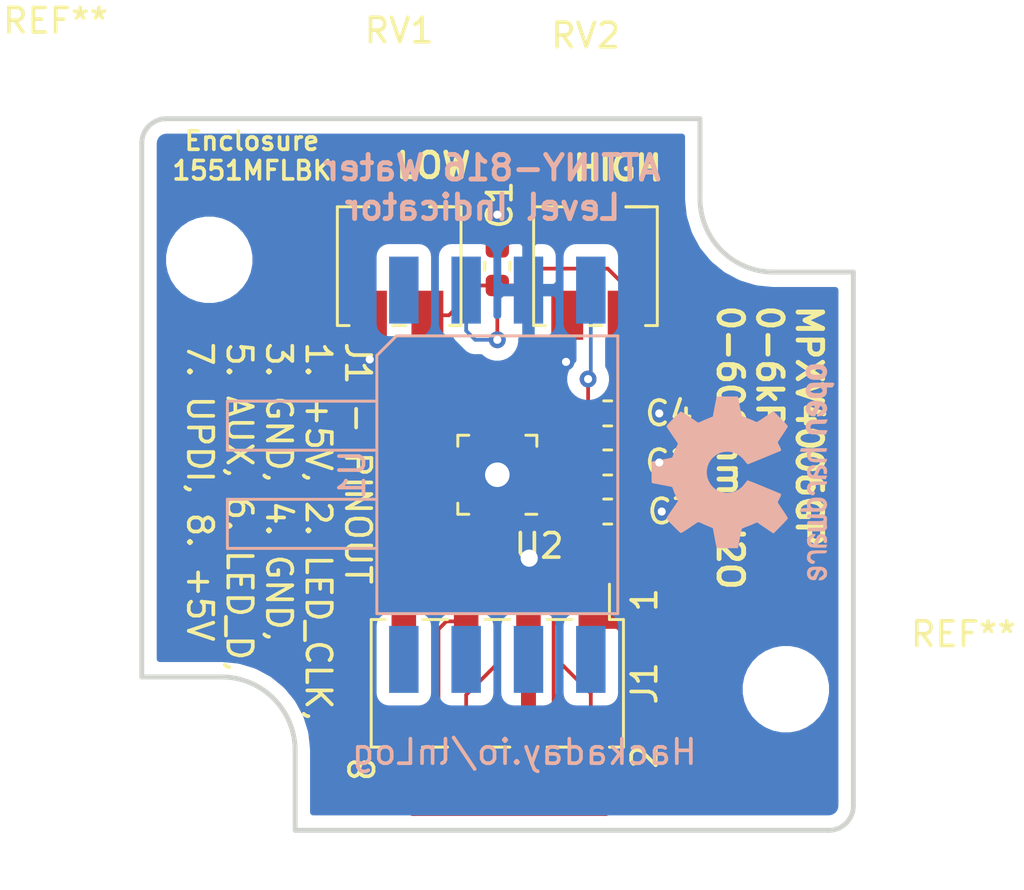
<source format=kicad_pcb>
(kicad_pcb (version 20171130) (host pcbnew "(5.1.5)-3")

  (general
    (thickness 1.6002)
    (drawings 30)
    (tracks 97)
    (zones 0)
    (modules 12)
    (nets 10)
  )

  (page A4)
  (layers
    (0 F.Cu signal)
    (31 B.Cu power)
    (32 B.Adhes user)
    (33 F.Adhes user)
    (34 B.Paste user)
    (35 F.Paste user)
    (36 B.SilkS user)
    (37 F.SilkS user)
    (38 B.Mask user)
    (39 F.Mask user)
    (40 Dwgs.User user hide)
    (41 Cmts.User user)
    (42 Eco1.User user)
    (43 Eco2.User user)
    (44 Edge.Cuts user)
    (45 Margin user)
    (46 B.CrtYd user)
    (47 F.CrtYd user)
    (48 B.Fab user hide)
    (49 F.Fab user hide)
  )

  (setup
    (last_trace_width 0.1524)
    (user_trace_width 0.1524)
    (user_trace_width 0.254)
    (user_trace_width 0.3048)
    (user_trace_width 0.4064)
    (user_trace_width 0.6096)
    (user_trace_width 0.8128)
    (user_trace_width 1.27)
    (user_trace_width 1.778)
    (trace_clearance 0.1524)
    (zone_clearance 0.508)
    (zone_45_only no)
    (trace_min 0.1524)
    (via_size 0.6858)
    (via_drill 0.3302)
    (via_min_size 0.6858)
    (via_min_drill 0.3302)
    (user_via 0.8 0.5)
    (user_via 0.91 0.6)
    (user_via 1.05 0.7)
    (user_via 1.2 0.8)
    (user_via 1.35 0.9)
    (user_via 1.5 1)
    (user_via 1.8 1.2)
    (user_via 2.1 1.4)
    (uvia_size 0.762)
    (uvia_drill 0.508)
    (uvias_allowed no)
    (uvia_min_size 0.2)
    (uvia_min_drill 0.1)
    (edge_width 0.2)
    (segment_width 0.2)
    (pcb_text_width 0.3)
    (pcb_text_size 1.5 1.5)
    (mod_edge_width 0.15)
    (mod_text_size 1 1)
    (mod_text_width 0.15)
    (pad_size 1.524 1.524)
    (pad_drill 0.762)
    (pad_to_mask_clearance 0.2)
    (aux_axis_origin 0 0)
    (visible_elements 7FFFFFFF)
    (pcbplotparams
      (layerselection 0x010fc_ffffffff)
      (usegerberextensions false)
      (usegerberattributes false)
      (usegerberadvancedattributes false)
      (creategerberjobfile false)
      (excludeedgelayer true)
      (linewidth 0.100000)
      (plotframeref false)
      (viasonmask false)
      (mode 1)
      (useauxorigin false)
      (hpglpennumber 1)
      (hpglpenspeed 20)
      (hpglpendiameter 15.000000)
      (psnegative false)
      (psa4output false)
      (plotreference true)
      (plotvalue true)
      (plotinvisibletext false)
      (padsonsilk false)
      (subtractmaskfromsilk false)
      (outputformat 1)
      (mirror false)
      (drillshape 1)
      (scaleselection 1)
      (outputdirectory ""))
  )

  (net 0 "")
  (net 1 +5V)
  (net 2 GND)
  (net 3 /low)
  (net 4 /high)
  (net 5 /pressure)
  (net 6 /UDPI)
  (net 7 /LED_data)
  (net 8 /LED_CLK)
  (net 9 /AUX)

  (net_class Default "This is the default net class."
    (clearance 0.1524)
    (trace_width 0.1524)
    (via_dia 0.6858)
    (via_drill 0.3302)
    (uvia_dia 0.762)
    (uvia_drill 0.508)
    (add_net +5V)
    (add_net /AUX)
    (add_net /LED_CLK)
    (add_net /LED_data)
    (add_net /UDPI)
    (add_net /high)
    (add_net /low)
    (add_net /pressure)
    (add_net GND)
  )

  (module MountingHole:MountingHole_2.5mm (layer F.Cu) (tedit 56D1B4CB) (tstamp 5EA24570)
    (at 137.26 117.24)
    (descr "Mounting Hole 2.5mm, no annular")
    (tags "mounting hole 2.5mm no annular")
    (attr virtual)
    (fp_text reference REF** (at 7.24 -2.24) (layer F.SilkS)
      (effects (font (size 1 1) (thickness 0.15)))
    )
    (fp_text value MountingHole_2.5mm (at 0 3.5) (layer F.Fab)
      (effects (font (size 1 1) (thickness 0.15)))
    )
    (fp_text user %R (at 0.3 0) (layer F.Fab)
      (effects (font (size 1 1) (thickness 0.15)))
    )
    (fp_circle (center 0 0) (end 2.5 0) (layer Cmts.User) (width 0.15))
    (fp_circle (center 0 0) (end 2.75 0) (layer F.CrtYd) (width 0.05))
    (pad 1 np_thru_hole circle (at 0 0) (size 2.5 2.5) (drill 2.5) (layers *.Cu *.Mask))
  )

  (module MountingHole:MountingHole_2.5mm (layer F.Cu) (tedit 56D1B4CB) (tstamp 5EA2455B)
    (at 113.76 99.74)
    (descr "Mounting Hole 2.5mm, no annular")
    (tags "mounting hole 2.5mm no annular")
    (attr virtual)
    (fp_text reference REF** (at -6.26 -9.74) (layer F.SilkS)
      (effects (font (size 1 1) (thickness 0.15)))
    )
    (fp_text value MountingHole_2.5mm (at 0 3.5) (layer F.Fab)
      (effects (font (size 1 1) (thickness 0.15)))
    )
    (fp_circle (center 0 0) (end 2.75 0) (layer F.CrtYd) (width 0.05))
    (fp_circle (center 0 0) (end 2.5 0) (layer Cmts.User) (width 0.15))
    (fp_text user %R (at 0.3 0) (layer F.Fab)
      (effects (font (size 1 1) (thickness 0.15)))
    )
    (pad 1 np_thru_hole circle (at 0 0) (size 2.5 2.5) (drill 2.5) (layers *.Cu *.Mask))
  )

  (module Symbol:OSHW-Logo2_9.8x8mm_SilkScreen (layer B.Cu) (tedit 0) (tstamp 5EA2782B)
    (at 135.5 108.4 270)
    (descr "Open Source Hardware Symbol")
    (tags "Logo Symbol OSHW")
    (attr virtual)
    (fp_text reference REF** (at 0 0 270) (layer B.SilkS) hide
      (effects (font (size 1 1) (thickness 0.15)) (justify mirror))
    )
    (fp_text value OSHW-Logo2_9.8x8mm_SilkScreen (at 0.75 0 270) (layer B.Fab) hide
      (effects (font (size 1 1) (thickness 0.15)) (justify mirror))
    )
    (fp_poly (pts (xy 0.139878 3.712224) (xy 0.245612 3.711645) (xy 0.322132 3.710078) (xy 0.374372 3.707028)
      (xy 0.407263 3.702004) (xy 0.425737 3.694511) (xy 0.434727 3.684056) (xy 0.439163 3.670147)
      (xy 0.439594 3.668346) (xy 0.446333 3.635855) (xy 0.458808 3.571748) (xy 0.475719 3.482849)
      (xy 0.495771 3.375981) (xy 0.517664 3.257967) (xy 0.518429 3.253822) (xy 0.540359 3.138169)
      (xy 0.560877 3.035986) (xy 0.578659 2.953402) (xy 0.592381 2.896544) (xy 0.600718 2.871542)
      (xy 0.601116 2.871099) (xy 0.625677 2.85889) (xy 0.676315 2.838544) (xy 0.742095 2.814455)
      (xy 0.742461 2.814326) (xy 0.825317 2.783182) (xy 0.923 2.743509) (xy 1.015077 2.703619)
      (xy 1.019434 2.701647) (xy 1.169407 2.63358) (xy 1.501498 2.860361) (xy 1.603374 2.929496)
      (xy 1.695657 2.991303) (xy 1.773003 3.042267) (xy 1.830064 3.078873) (xy 1.861495 3.097606)
      (xy 1.864479 3.098996) (xy 1.887321 3.09281) (xy 1.929982 3.062965) (xy 1.994128 3.008053)
      (xy 2.081421 2.926666) (xy 2.170535 2.840078) (xy 2.256441 2.754753) (xy 2.333327 2.676892)
      (xy 2.396564 2.611303) (xy 2.441523 2.562795) (xy 2.463576 2.536175) (xy 2.464396 2.534805)
      (xy 2.466834 2.516537) (xy 2.45765 2.486705) (xy 2.434574 2.441279) (xy 2.395337 2.37623)
      (xy 2.33767 2.28753) (xy 2.260795 2.173343) (xy 2.19257 2.072838) (xy 2.131582 1.982697)
      (xy 2.081356 1.908151) (xy 2.045416 1.854435) (xy 2.027287 1.826782) (xy 2.026146 1.824905)
      (xy 2.028359 1.79841) (xy 2.045138 1.746914) (xy 2.073142 1.680149) (xy 2.083122 1.658828)
      (xy 2.126672 1.563841) (xy 2.173134 1.456063) (xy 2.210877 1.362808) (xy 2.238073 1.293594)
      (xy 2.259675 1.240994) (xy 2.272158 1.213503) (xy 2.273709 1.211384) (xy 2.296668 1.207876)
      (xy 2.350786 1.198262) (xy 2.428868 1.183911) (xy 2.523719 1.166193) (xy 2.628143 1.146475)
      (xy 2.734944 1.126126) (xy 2.836926 1.106514) (xy 2.926894 1.089009) (xy 2.997653 1.074978)
      (xy 3.042006 1.065791) (xy 3.052885 1.063193) (xy 3.064122 1.056782) (xy 3.072605 1.042303)
      (xy 3.078714 1.014867) (xy 3.082832 0.969589) (xy 3.085341 0.90158) (xy 3.086621 0.805953)
      (xy 3.087054 0.67782) (xy 3.087077 0.625299) (xy 3.087077 0.198155) (xy 2.9845 0.177909)
      (xy 2.927431 0.16693) (xy 2.842269 0.150905) (xy 2.739372 0.131767) (xy 2.629096 0.111449)
      (xy 2.598615 0.105868) (xy 2.496855 0.086083) (xy 2.408205 0.066627) (xy 2.340108 0.049303)
      (xy 2.300004 0.035912) (xy 2.293323 0.031921) (xy 2.276919 0.003658) (xy 2.253399 -0.051109)
      (xy 2.227316 -0.121588) (xy 2.222142 -0.136769) (xy 2.187956 -0.230896) (xy 2.145523 -0.337101)
      (xy 2.103997 -0.432473) (xy 2.103792 -0.432916) (xy 2.03464 -0.582525) (xy 2.489512 -1.251617)
      (xy 2.1975 -1.544116) (xy 2.10918 -1.63117) (xy 2.028625 -1.707909) (xy 1.96036 -1.770237)
      (xy 1.908908 -1.814056) (xy 1.878794 -1.83527) (xy 1.874474 -1.836616) (xy 1.849111 -1.826016)
      (xy 1.797358 -1.796547) (xy 1.724868 -1.751705) (xy 1.637294 -1.694984) (xy 1.542612 -1.631462)
      (xy 1.446516 -1.566668) (xy 1.360837 -1.510287) (xy 1.291016 -1.465788) (xy 1.242494 -1.436639)
      (xy 1.220782 -1.426308) (xy 1.194293 -1.43505) (xy 1.144062 -1.458087) (xy 1.080451 -1.490631)
      (xy 1.073708 -1.494249) (xy 0.988046 -1.53721) (xy 0.929306 -1.558279) (xy 0.892772 -1.558503)
      (xy 0.873731 -1.538928) (xy 0.87362 -1.538654) (xy 0.864102 -1.515472) (xy 0.841403 -1.460441)
      (xy 0.807282 -1.377822) (xy 0.7635 -1.271872) (xy 0.711816 -1.146852) (xy 0.653992 -1.00702)
      (xy 0.597991 -0.871637) (xy 0.536447 -0.722234) (xy 0.479939 -0.583832) (xy 0.430161 -0.460673)
      (xy 0.388806 -0.357002) (xy 0.357568 -0.277059) (xy 0.338141 -0.225088) (xy 0.332154 -0.205692)
      (xy 0.347168 -0.183443) (xy 0.386439 -0.147982) (xy 0.438807 -0.108887) (xy 0.587941 0.014755)
      (xy 0.704511 0.156478) (xy 0.787118 0.313296) (xy 0.834366 0.482225) (xy 0.844857 0.660278)
      (xy 0.837231 0.742461) (xy 0.795682 0.912969) (xy 0.724123 1.063541) (xy 0.626995 1.192691)
      (xy 0.508734 1.298936) (xy 0.37378 1.38079) (xy 0.226571 1.436768) (xy 0.071544 1.465385)
      (xy -0.086861 1.465156) (xy -0.244206 1.434595) (xy -0.396054 1.372218) (xy -0.537965 1.27654)
      (xy -0.597197 1.222428) (xy -0.710797 1.08348) (xy -0.789894 0.931639) (xy -0.835014 0.771333)
      (xy -0.846684 0.606988) (xy -0.825431 0.443029) (xy -0.77178 0.283882) (xy -0.68626 0.133975)
      (xy -0.569395 -0.002267) (xy -0.438807 -0.108887) (xy -0.384412 -0.149642) (xy -0.345986 -0.184718)
      (xy -0.332154 -0.205726) (xy -0.339397 -0.228635) (xy -0.359995 -0.283365) (xy -0.392254 -0.365672)
      (xy -0.434479 -0.471315) (xy -0.484977 -0.59605) (xy -0.542052 -0.735636) (xy -0.598146 -0.87167)
      (xy -0.660033 -1.021201) (xy -0.717356 -1.159767) (xy -0.768356 -1.283107) (xy -0.811273 -1.386964)
      (xy -0.844347 -1.46708) (xy -0.865819 -1.519195) (xy -0.873775 -1.538654) (xy -0.892571 -1.558423)
      (xy -0.928926 -1.558365) (xy -0.987521 -1.537441) (xy -1.073032 -1.494613) (xy -1.073708 -1.494249)
      (xy -1.138093 -1.461012) (xy -1.190139 -1.436802) (xy -1.219488 -1.426404) (xy -1.220783 -1.426308)
      (xy -1.242876 -1.436855) (xy -1.291652 -1.466184) (xy -1.361669 -1.510827) (xy -1.447486 -1.567314)
      (xy -1.542612 -1.631462) (xy -1.63946 -1.696411) (xy -1.726747 -1.752896) (xy -1.798819 -1.797421)
      (xy -1.850023 -1.82649) (xy -1.874474 -1.836616) (xy -1.89699 -1.823307) (xy -1.942258 -1.786112)
      (xy -2.005756 -1.729128) (xy -2.082961 -1.656449) (xy -2.169349 -1.572171) (xy -2.197601 -1.544016)
      (xy -2.489713 -1.251416) (xy -2.267369 -0.925104) (xy -2.199798 -0.824897) (xy -2.140493 -0.734963)
      (xy -2.092783 -0.66051) (xy -2.059993 -0.606751) (xy -2.045452 -0.578894) (xy -2.045026 -0.576912)
      (xy -2.052692 -0.550655) (xy -2.073311 -0.497837) (xy -2.103315 -0.42731) (xy -2.124375 -0.380093)
      (xy -2.163752 -0.289694) (xy -2.200835 -0.198366) (xy -2.229585 -0.1212) (xy -2.237395 -0.097692)
      (xy -2.259583 -0.034916) (xy -2.281273 0.013589) (xy -2.293187 0.031921) (xy -2.319477 0.043141)
      (xy -2.376858 0.059046) (xy -2.457882 0.077833) (xy -2.555105 0.097701) (xy -2.598615 0.105868)
      (xy -2.709104 0.126171) (xy -2.815084 0.14583) (xy -2.906199 0.162912) (xy -2.972092 0.175482)
      (xy -2.9845 0.177909) (xy -3.087077 0.198155) (xy -3.087077 0.625299) (xy -3.086847 0.765754)
      (xy -3.085901 0.872021) (xy -3.083859 0.948987) (xy -3.080338 1.00154) (xy -3.074957 1.034567)
      (xy -3.067334 1.052955) (xy -3.057088 1.061592) (xy -3.052885 1.063193) (xy -3.02753 1.068873)
      (xy -2.971516 1.080205) (xy -2.892036 1.095821) (xy -2.796288 1.114353) (xy -2.691467 1.134431)
      (xy -2.584768 1.154688) (xy -2.483387 1.173754) (xy -2.394521 1.190261) (xy -2.325363 1.202841)
      (xy -2.283111 1.210125) (xy -2.27371 1.211384) (xy -2.265193 1.228237) (xy -2.24634 1.27313)
      (xy -2.220676 1.33757) (xy -2.210877 1.362808) (xy -2.171352 1.460314) (xy -2.124808 1.568041)
      (xy -2.083123 1.658828) (xy -2.05245 1.728247) (xy -2.032044 1.78529) (xy -2.025232 1.820223)
      (xy -2.026318 1.824905) (xy -2.040715 1.847009) (xy -2.073588 1.896169) (xy -2.12141 1.967152)
      (xy -2.180652 2.054722) (xy -2.247785 2.153643) (xy -2.261059 2.17317) (xy -2.338954 2.28886)
      (xy -2.396213 2.376956) (xy -2.435119 2.441514) (xy -2.457956 2.486589) (xy -2.467006 2.516237)
      (xy -2.464552 2.534515) (xy -2.464489 2.534631) (xy -2.445173 2.558639) (xy -2.402449 2.605053)
      (xy -2.340949 2.669063) (xy -2.265302 2.745855) (xy -2.180139 2.830618) (xy -2.170535 2.840078)
      (xy -2.06321 2.944011) (xy -1.980385 3.020325) (xy -1.920395 3.070429) (xy -1.881577 3.09573)
      (xy -1.86448 3.098996) (xy -1.839527 3.08475) (xy -1.787745 3.051844) (xy -1.71448 3.003792)
      (xy -1.62508 2.94411) (xy -1.524889 2.876312) (xy -1.501499 2.860361) (xy -1.169407 2.63358)
      (xy -1.019435 2.701647) (xy -0.92823 2.741315) (xy -0.830331 2.781209) (xy -0.746169 2.813017)
      (xy -0.742462 2.814326) (xy -0.676631 2.838424) (xy -0.625884 2.8588) (xy -0.601158 2.871064)
      (xy -0.601116 2.871099) (xy -0.593271 2.893266) (xy -0.579934 2.947783) (xy -0.56243 3.02852)
      (xy -0.542083 3.12935) (xy -0.520218 3.244144) (xy -0.518429 3.253822) (xy -0.496496 3.372096)
      (xy -0.47636 3.479458) (xy -0.45932 3.569083) (xy -0.446672 3.634149) (xy -0.439716 3.667832)
      (xy -0.439594 3.668346) (xy -0.435361 3.682675) (xy -0.427129 3.693493) (xy -0.409967 3.701294)
      (xy -0.378942 3.706571) (xy -0.329122 3.709818) (xy -0.255576 3.711528) (xy -0.153371 3.712193)
      (xy -0.017575 3.712307) (xy 0 3.712308) (xy 0.139878 3.712224)) (layer B.SilkS) (width 0.01))
    (fp_poly (pts (xy 4.245224 -2.647838) (xy 4.322528 -2.698361) (xy 4.359814 -2.74359) (xy 4.389353 -2.825663)
      (xy 4.391699 -2.890607) (xy 4.386385 -2.977445) (xy 4.186115 -3.065103) (xy 4.088739 -3.109887)
      (xy 4.025113 -3.145913) (xy 3.992029 -3.177117) (xy 3.98628 -3.207436) (xy 4.004658 -3.240805)
      (xy 4.024923 -3.262923) (xy 4.083889 -3.298393) (xy 4.148024 -3.300879) (xy 4.206926 -3.273235)
      (xy 4.250197 -3.21832) (xy 4.257936 -3.198928) (xy 4.295006 -3.138364) (xy 4.337654 -3.112552)
      (xy 4.396154 -3.090471) (xy 4.396154 -3.174184) (xy 4.390982 -3.23115) (xy 4.370723 -3.279189)
      (xy 4.328262 -3.334346) (xy 4.321951 -3.341514) (xy 4.27472 -3.390585) (xy 4.234121 -3.41692)
      (xy 4.183328 -3.429035) (xy 4.14122 -3.433003) (xy 4.065902 -3.433991) (xy 4.012286 -3.421466)
      (xy 3.978838 -3.402869) (xy 3.926268 -3.361975) (xy 3.889879 -3.317748) (xy 3.86685 -3.262126)
      (xy 3.854359 -3.187047) (xy 3.849587 -3.084449) (xy 3.849206 -3.032376) (xy 3.850501 -2.969948)
      (xy 3.968471 -2.969948) (xy 3.969839 -3.003438) (xy 3.973249 -3.008923) (xy 3.995753 -3.001472)
      (xy 4.044182 -2.981753) (xy 4.108908 -2.953718) (xy 4.122443 -2.947692) (xy 4.204244 -2.906096)
      (xy 4.249312 -2.869538) (xy 4.259217 -2.835296) (xy 4.235526 -2.800648) (xy 4.21596 -2.785339)
      (xy 4.14536 -2.754721) (xy 4.07928 -2.75978) (xy 4.023959 -2.797151) (xy 3.985636 -2.863473)
      (xy 3.973349 -2.916116) (xy 3.968471 -2.969948) (xy 3.850501 -2.969948) (xy 3.85173 -2.91072)
      (xy 3.861032 -2.82071) (xy 3.87946 -2.755167) (xy 3.90936 -2.706912) (xy 3.95308 -2.668767)
      (xy 3.972141 -2.65644) (xy 4.058726 -2.624336) (xy 4.153522 -2.622316) (xy 4.245224 -2.647838)) (layer B.SilkS) (width 0.01))
    (fp_poly (pts (xy 3.570807 -2.636782) (xy 3.594161 -2.646988) (xy 3.649902 -2.691134) (xy 3.697569 -2.754967)
      (xy 3.727048 -2.823087) (xy 3.731846 -2.85667) (xy 3.71576 -2.903556) (xy 3.680475 -2.928365)
      (xy 3.642644 -2.943387) (xy 3.625321 -2.946155) (xy 3.616886 -2.926066) (xy 3.60023 -2.882351)
      (xy 3.592923 -2.862598) (xy 3.551948 -2.794271) (xy 3.492622 -2.760191) (xy 3.416552 -2.761239)
      (xy 3.410918 -2.762581) (xy 3.370305 -2.781836) (xy 3.340448 -2.819375) (xy 3.320055 -2.879809)
      (xy 3.307836 -2.967751) (xy 3.3025 -3.087813) (xy 3.302 -3.151698) (xy 3.301752 -3.252403)
      (xy 3.300126 -3.321054) (xy 3.295801 -3.364673) (xy 3.287454 -3.390282) (xy 3.273765 -3.404903)
      (xy 3.253411 -3.415558) (xy 3.252234 -3.416095) (xy 3.213038 -3.432667) (xy 3.193619 -3.438769)
      (xy 3.190635 -3.420319) (xy 3.188081 -3.369323) (xy 3.18614 -3.292308) (xy 3.184997 -3.195805)
      (xy 3.184769 -3.125184) (xy 3.185932 -2.988525) (xy 3.190479 -2.884851) (xy 3.199999 -2.808108)
      (xy 3.216081 -2.752246) (xy 3.240313 -2.711212) (xy 3.274286 -2.678954) (xy 3.307833 -2.65644)
      (xy 3.388499 -2.626476) (xy 3.482381 -2.619718) (xy 3.570807 -2.636782)) (layer B.SilkS) (width 0.01))
    (fp_poly (pts (xy 2.887333 -2.633528) (xy 2.94359 -2.659117) (xy 2.987747 -2.690124) (xy 3.020101 -2.724795)
      (xy 3.042438 -2.76952) (xy 3.056546 -2.830692) (xy 3.064211 -2.914701) (xy 3.06722 -3.02794)
      (xy 3.067538 -3.102509) (xy 3.067538 -3.39342) (xy 3.017773 -3.416095) (xy 2.978576 -3.432667)
      (xy 2.959157 -3.438769) (xy 2.955442 -3.42061) (xy 2.952495 -3.371648) (xy 2.950691 -3.300153)
      (xy 2.950308 -3.243385) (xy 2.948661 -3.161371) (xy 2.944222 -3.096309) (xy 2.93774 -3.056467)
      (xy 2.93259 -3.048) (xy 2.897977 -3.056646) (xy 2.84364 -3.078823) (xy 2.780722 -3.108886)
      (xy 2.720368 -3.141192) (xy 2.673721 -3.170098) (xy 2.651926 -3.189961) (xy 2.651839 -3.190175)
      (xy 2.653714 -3.226935) (xy 2.670525 -3.262026) (xy 2.700039 -3.290528) (xy 2.743116 -3.300061)
      (xy 2.779932 -3.29895) (xy 2.832074 -3.298133) (xy 2.859444 -3.310349) (xy 2.875882 -3.342624)
      (xy 2.877955 -3.34871) (xy 2.885081 -3.394739) (xy 2.866024 -3.422687) (xy 2.816353 -3.436007)
      (xy 2.762697 -3.43847) (xy 2.666142 -3.42021) (xy 2.616159 -3.394131) (xy 2.554429 -3.332868)
      (xy 2.52169 -3.25767) (xy 2.518753 -3.178211) (xy 2.546424 -3.104167) (xy 2.588047 -3.057769)
      (xy 2.629604 -3.031793) (xy 2.694922 -2.998907) (xy 2.771038 -2.965557) (xy 2.783726 -2.960461)
      (xy 2.867333 -2.923565) (xy 2.91553 -2.891046) (xy 2.93103 -2.858718) (xy 2.91655 -2.822394)
      (xy 2.891692 -2.794) (xy 2.832939 -2.759039) (xy 2.768293 -2.756417) (xy 2.709008 -2.783358)
      (xy 2.666339 -2.837088) (xy 2.660739 -2.85095) (xy 2.628133 -2.901936) (xy 2.58053 -2.939787)
      (xy 2.520461 -2.97085) (xy 2.520461 -2.882768) (xy 2.523997 -2.828951) (xy 2.539156 -2.786534)
      (xy 2.572768 -2.741279) (xy 2.605035 -2.70642) (xy 2.655209 -2.657062) (xy 2.694193 -2.630547)
      (xy 2.736064 -2.619911) (xy 2.78346 -2.618154) (xy 2.887333 -2.633528)) (layer B.SilkS) (width 0.01))
    (fp_poly (pts (xy 2.395929 -2.636662) (xy 2.398911 -2.688068) (xy 2.401247 -2.766192) (xy 2.402749 -2.864857)
      (xy 2.403231 -2.968343) (xy 2.403231 -3.318533) (xy 2.341401 -3.380363) (xy 2.298793 -3.418462)
      (xy 2.26139 -3.433895) (xy 2.21027 -3.432918) (xy 2.189978 -3.430433) (xy 2.126554 -3.4232)
      (xy 2.074095 -3.419055) (xy 2.061308 -3.418672) (xy 2.018199 -3.421176) (xy 1.956544 -3.427462)
      (xy 1.932638 -3.430433) (xy 1.873922 -3.435028) (xy 1.834464 -3.425046) (xy 1.795338 -3.394228)
      (xy 1.781215 -3.380363) (xy 1.719385 -3.318533) (xy 1.719385 -2.663503) (xy 1.76915 -2.640829)
      (xy 1.812002 -2.624034) (xy 1.837073 -2.618154) (xy 1.843501 -2.636736) (xy 1.849509 -2.688655)
      (xy 1.854697 -2.768172) (xy 1.858664 -2.869546) (xy 1.860577 -2.955192) (xy 1.865923 -3.292231)
      (xy 1.91256 -3.298825) (xy 1.954976 -3.294214) (xy 1.97576 -3.279287) (xy 1.98157 -3.251377)
      (xy 1.98653 -3.191925) (xy 1.990246 -3.108466) (xy 1.992324 -3.008532) (xy 1.992624 -2.957104)
      (xy 1.992923 -2.661054) (xy 2.054454 -2.639604) (xy 2.098004 -2.62502) (xy 2.121694 -2.618219)
      (xy 2.122377 -2.618154) (xy 2.124754 -2.636642) (xy 2.127366 -2.687906) (xy 2.129995 -2.765649)
      (xy 2.132421 -2.863574) (xy 2.134115 -2.955192) (xy 2.139461 -3.292231) (xy 2.256692 -3.292231)
      (xy 2.262072 -2.984746) (xy 2.267451 -2.677261) (xy 2.324601 -2.647707) (xy 2.366797 -2.627413)
      (xy 2.39177 -2.618204) (xy 2.392491 -2.618154) (xy 2.395929 -2.636662)) (layer B.SilkS) (width 0.01))
    (fp_poly (pts (xy 1.602081 -2.780289) (xy 1.601833 -2.92632) (xy 1.600872 -3.038655) (xy 1.598794 -3.122678)
      (xy 1.595193 -3.183769) (xy 1.589665 -3.227309) (xy 1.581804 -3.258679) (xy 1.571207 -3.283262)
      (xy 1.563182 -3.297294) (xy 1.496728 -3.373388) (xy 1.41247 -3.421084) (xy 1.319249 -3.438199)
      (xy 1.2259 -3.422546) (xy 1.170312 -3.394418) (xy 1.111957 -3.34576) (xy 1.072186 -3.286333)
      (xy 1.04819 -3.208507) (xy 1.037161 -3.104652) (xy 1.035599 -3.028462) (xy 1.035809 -3.022986)
      (xy 1.172308 -3.022986) (xy 1.173141 -3.110355) (xy 1.176961 -3.168192) (xy 1.185746 -3.206029)
      (xy 1.201474 -3.233398) (xy 1.220266 -3.254042) (xy 1.283375 -3.29389) (xy 1.351137 -3.297295)
      (xy 1.415179 -3.264025) (xy 1.420164 -3.259517) (xy 1.441439 -3.236067) (xy 1.454779 -3.208166)
      (xy 1.462001 -3.166641) (xy 1.464923 -3.102316) (xy 1.465385 -3.0312) (xy 1.464383 -2.941858)
      (xy 1.460238 -2.882258) (xy 1.451236 -2.843089) (xy 1.435667 -2.81504) (xy 1.422902 -2.800144)
      (xy 1.3636 -2.762575) (xy 1.295301 -2.758057) (xy 1.23011 -2.786753) (xy 1.217528 -2.797406)
      (xy 1.196111 -2.821063) (xy 1.182744 -2.849251) (xy 1.175566 -2.891245) (xy 1.172719 -2.956319)
      (xy 1.172308 -3.022986) (xy 1.035809 -3.022986) (xy 1.040322 -2.905765) (xy 1.056362 -2.813577)
      (xy 1.086528 -2.744269) (xy 1.133629 -2.690211) (xy 1.170312 -2.662505) (xy 1.23699 -2.632572)
      (xy 1.314272 -2.618678) (xy 1.38611 -2.622397) (xy 1.426308 -2.6374) (xy 1.442082 -2.64167)
      (xy 1.45255 -2.62575) (xy 1.459856 -2.583089) (xy 1.465385 -2.518106) (xy 1.471437 -2.445732)
      (xy 1.479844 -2.402187) (xy 1.495141 -2.377287) (xy 1.521864 -2.360845) (xy 1.538654 -2.353564)
      (xy 1.602154 -2.326963) (xy 1.602081 -2.780289)) (layer B.SilkS) (width 0.01))
    (fp_poly (pts (xy 0.713362 -2.62467) (xy 0.802117 -2.657421) (xy 0.874022 -2.71535) (xy 0.902144 -2.756128)
      (xy 0.932802 -2.830954) (xy 0.932165 -2.885058) (xy 0.899987 -2.921446) (xy 0.888081 -2.927633)
      (xy 0.836675 -2.946925) (xy 0.810422 -2.941982) (xy 0.80153 -2.909587) (xy 0.801077 -2.891692)
      (xy 0.784797 -2.825859) (xy 0.742365 -2.779807) (xy 0.683388 -2.757564) (xy 0.617475 -2.763161)
      (xy 0.563895 -2.792229) (xy 0.545798 -2.80881) (xy 0.532971 -2.828925) (xy 0.524306 -2.859332)
      (xy 0.518696 -2.906788) (xy 0.515035 -2.97805) (xy 0.512215 -3.079875) (xy 0.511484 -3.112115)
      (xy 0.50882 -3.22241) (xy 0.505792 -3.300036) (xy 0.50125 -3.351396) (xy 0.494046 -3.38289)
      (xy 0.483033 -3.40092) (xy 0.46706 -3.411888) (xy 0.456834 -3.416733) (xy 0.413406 -3.433301)
      (xy 0.387842 -3.438769) (xy 0.379395 -3.420507) (xy 0.374239 -3.365296) (xy 0.372346 -3.272499)
      (xy 0.373689 -3.141478) (xy 0.374107 -3.121269) (xy 0.377058 -3.001733) (xy 0.380548 -2.914449)
      (xy 0.385514 -2.852591) (xy 0.392893 -2.809336) (xy 0.403624 -2.77786) (xy 0.418645 -2.751339)
      (xy 0.426502 -2.739975) (xy 0.471553 -2.689692) (xy 0.52194 -2.650581) (xy 0.528108 -2.647167)
      (xy 0.618458 -2.620212) (xy 0.713362 -2.62467)) (layer B.SilkS) (width 0.01))
    (fp_poly (pts (xy 0.053501 -2.626303) (xy 0.13006 -2.654733) (xy 0.130936 -2.655279) (xy 0.178285 -2.690127)
      (xy 0.213241 -2.730852) (xy 0.237825 -2.783925) (xy 0.254062 -2.855814) (xy 0.263975 -2.952992)
      (xy 0.269586 -3.081928) (xy 0.270077 -3.100298) (xy 0.277141 -3.377287) (xy 0.217695 -3.408028)
      (xy 0.174681 -3.428802) (xy 0.14871 -3.438646) (xy 0.147509 -3.438769) (xy 0.143014 -3.420606)
      (xy 0.139444 -3.371612) (xy 0.137248 -3.300031) (xy 0.136769 -3.242068) (xy 0.136758 -3.14817)
      (xy 0.132466 -3.089203) (xy 0.117503 -3.061079) (xy 0.085482 -3.059706) (xy 0.030014 -3.080998)
      (xy -0.053731 -3.120136) (xy -0.115311 -3.152643) (xy -0.146983 -3.180845) (xy -0.156294 -3.211582)
      (xy -0.156308 -3.213104) (xy -0.140943 -3.266054) (xy -0.095453 -3.29466) (xy -0.025834 -3.298803)
      (xy 0.024313 -3.298084) (xy 0.050754 -3.312527) (xy 0.067243 -3.347218) (xy 0.076733 -3.391416)
      (xy 0.063057 -3.416493) (xy 0.057907 -3.420082) (xy 0.009425 -3.434496) (xy -0.058469 -3.436537)
      (xy -0.128388 -3.426983) (xy -0.177932 -3.409522) (xy -0.24643 -3.351364) (xy -0.285366 -3.270408)
      (xy -0.293077 -3.20716) (xy -0.287193 -3.150111) (xy -0.265899 -3.103542) (xy -0.223735 -3.062181)
      (xy -0.155241 -3.020755) (xy -0.054956 -2.973993) (xy -0.048846 -2.97135) (xy 0.04149 -2.929617)
      (xy 0.097235 -2.895391) (xy 0.121129 -2.864635) (xy 0.115913 -2.833311) (xy 0.084328 -2.797383)
      (xy 0.074883 -2.789116) (xy 0.011617 -2.757058) (xy -0.053936 -2.758407) (xy -0.111028 -2.789838)
      (xy -0.148907 -2.848024) (xy -0.152426 -2.859446) (xy -0.1867 -2.914837) (xy -0.230191 -2.941518)
      (xy -0.293077 -2.96796) (xy -0.293077 -2.899548) (xy -0.273948 -2.80011) (xy -0.217169 -2.708902)
      (xy -0.187622 -2.678389) (xy -0.120458 -2.639228) (xy -0.035044 -2.6215) (xy 0.053501 -2.626303)) (layer B.SilkS) (width 0.01))
    (fp_poly (pts (xy -0.840154 -2.49212) (xy -0.834428 -2.57198) (xy -0.827851 -2.619039) (xy -0.818738 -2.639566)
      (xy -0.805402 -2.639829) (xy -0.801077 -2.637378) (xy -0.743556 -2.619636) (xy -0.668732 -2.620672)
      (xy -0.592661 -2.63891) (xy -0.545082 -2.662505) (xy -0.496298 -2.700198) (xy -0.460636 -2.742855)
      (xy -0.436155 -2.797057) (xy -0.420913 -2.869384) (xy -0.41297 -2.966419) (xy -0.410384 -3.094742)
      (xy -0.410338 -3.119358) (xy -0.410308 -3.39587) (xy -0.471839 -3.41732) (xy -0.515541 -3.431912)
      (xy -0.539518 -3.438706) (xy -0.540223 -3.438769) (xy -0.542585 -3.420345) (xy -0.544594 -3.369526)
      (xy -0.546099 -3.292993) (xy -0.546947 -3.19743) (xy -0.547077 -3.139329) (xy -0.547349 -3.024771)
      (xy -0.548748 -2.942667) (xy -0.552151 -2.886393) (xy -0.558433 -2.849326) (xy -0.568471 -2.824844)
      (xy -0.583139 -2.806325) (xy -0.592298 -2.797406) (xy -0.655211 -2.761466) (xy -0.723864 -2.758775)
      (xy -0.786152 -2.78917) (xy -0.797671 -2.800144) (xy -0.814567 -2.820779) (xy -0.826286 -2.845256)
      (xy -0.833767 -2.880647) (xy -0.837946 -2.934026) (xy -0.839763 -3.012466) (xy -0.840154 -3.120617)
      (xy -0.840154 -3.39587) (xy -0.901685 -3.41732) (xy -0.945387 -3.431912) (xy -0.969364 -3.438706)
      (xy -0.97007 -3.438769) (xy -0.971874 -3.420069) (xy -0.9735 -3.367322) (xy -0.974883 -3.285557)
      (xy -0.975958 -3.179805) (xy -0.97666 -3.055094) (xy -0.976923 -2.916455) (xy -0.976923 -2.381806)
      (xy -0.849923 -2.328236) (xy -0.840154 -2.49212)) (layer B.SilkS) (width 0.01))
    (fp_poly (pts (xy -2.465746 -2.599745) (xy -2.388714 -2.651567) (xy -2.329184 -2.726412) (xy -2.293622 -2.821654)
      (xy -2.286429 -2.891756) (xy -2.287246 -2.921009) (xy -2.294086 -2.943407) (xy -2.312888 -2.963474)
      (xy -2.349592 -2.985733) (xy -2.410138 -3.014709) (xy -2.500466 -3.054927) (xy -2.500923 -3.055129)
      (xy -2.584067 -3.09321) (xy -2.652247 -3.127025) (xy -2.698495 -3.152933) (xy -2.715842 -3.167295)
      (xy -2.715846 -3.167411) (xy -2.700557 -3.198685) (xy -2.664804 -3.233157) (xy -2.623758 -3.25799)
      (xy -2.602963 -3.262923) (xy -2.54623 -3.245862) (xy -2.497373 -3.203133) (xy -2.473535 -3.156155)
      (xy -2.450603 -3.121522) (xy -2.405682 -3.082081) (xy -2.352877 -3.048009) (xy -2.30629 -3.02948)
      (xy -2.296548 -3.028462) (xy -2.285582 -3.045215) (xy -2.284921 -3.088039) (xy -2.29298 -3.145781)
      (xy -2.308173 -3.207289) (xy -2.328914 -3.261409) (xy -2.329962 -3.26351) (xy -2.392379 -3.35066)
      (xy -2.473274 -3.409939) (xy -2.565144 -3.439034) (xy -2.660487 -3.435634) (xy -2.751802 -3.397428)
      (xy -2.755862 -3.394741) (xy -2.827694 -3.329642) (xy -2.874927 -3.244705) (xy -2.901066 -3.133021)
      (xy -2.904574 -3.101643) (xy -2.910787 -2.953536) (xy -2.903339 -2.884468) (xy -2.715846 -2.884468)
      (xy -2.71341 -2.927552) (xy -2.700086 -2.940126) (xy -2.666868 -2.930719) (xy -2.614506 -2.908483)
      (xy -2.555976 -2.88061) (xy -2.554521 -2.879872) (xy -2.504911 -2.853777) (xy -2.485 -2.836363)
      (xy -2.48991 -2.818107) (xy -2.510584 -2.79412) (xy -2.563181 -2.759406) (xy -2.619823 -2.756856)
      (xy -2.670631 -2.782119) (xy -2.705724 -2.830847) (xy -2.715846 -2.884468) (xy -2.903339 -2.884468)
      (xy -2.898008 -2.835036) (xy -2.865222 -2.741055) (xy -2.819579 -2.675215) (xy -2.737198 -2.608681)
      (xy -2.646454 -2.575676) (xy -2.553815 -2.573573) (xy -2.465746 -2.599745)) (layer B.SilkS) (width 0.01))
    (fp_poly (pts (xy -3.983114 -2.587256) (xy -3.891536 -2.635409) (xy -3.823951 -2.712905) (xy -3.799943 -2.762727)
      (xy -3.781262 -2.837533) (xy -3.771699 -2.932052) (xy -3.770792 -3.03521) (xy -3.778079 -3.135935)
      (xy -3.793097 -3.223153) (xy -3.815385 -3.285791) (xy -3.822235 -3.296579) (xy -3.903368 -3.377105)
      (xy -3.999734 -3.425336) (xy -4.104299 -3.43945) (xy -4.210032 -3.417629) (xy -4.239457 -3.404547)
      (xy -4.296759 -3.364231) (xy -4.34705 -3.310775) (xy -4.351803 -3.303995) (xy -4.371122 -3.271321)
      (xy -4.383892 -3.236394) (xy -4.391436 -3.190414) (xy -4.395076 -3.124584) (xy -4.396135 -3.030105)
      (xy -4.396154 -3.008923) (xy -4.396106 -3.002182) (xy -4.200769 -3.002182) (xy -4.199632 -3.091349)
      (xy -4.195159 -3.15052) (xy -4.185754 -3.188741) (xy -4.169824 -3.215053) (xy -4.161692 -3.223846)
      (xy -4.114942 -3.257261) (xy -4.069553 -3.255737) (xy -4.02366 -3.226752) (xy -3.996288 -3.195809)
      (xy -3.980077 -3.150643) (xy -3.970974 -3.07942) (xy -3.970349 -3.071114) (xy -3.968796 -2.942037)
      (xy -3.985035 -2.846172) (xy -4.018848 -2.784107) (xy -4.070016 -2.756432) (xy -4.08828 -2.754923)
      (xy -4.13624 -2.762513) (xy -4.169047 -2.788808) (xy -4.189105 -2.839095) (xy -4.198822 -2.918664)
      (xy -4.200769 -3.002182) (xy -4.396106 -3.002182) (xy -4.395426 -2.908249) (xy -4.392371 -2.837906)
      (xy -4.385678 -2.789163) (xy -4.37404 -2.753288) (xy -4.356147 -2.721548) (xy -4.352192 -2.715648)
      (xy -4.285733 -2.636104) (xy -4.213315 -2.589929) (xy -4.125151 -2.571599) (xy -4.095213 -2.570703)
      (xy -3.983114 -2.587256)) (layer B.SilkS) (width 0.01))
    (fp_poly (pts (xy -1.728336 -2.595089) (xy -1.665633 -2.631358) (xy -1.622039 -2.667358) (xy -1.590155 -2.705075)
      (xy -1.56819 -2.751199) (xy -1.554351 -2.812421) (xy -1.546847 -2.895431) (xy -1.543883 -3.006919)
      (xy -1.543539 -3.087062) (xy -1.543539 -3.382065) (xy -1.709615 -3.456515) (xy -1.719385 -3.133402)
      (xy -1.723421 -3.012729) (xy -1.727656 -2.925141) (xy -1.732903 -2.86465) (xy -1.739975 -2.825268)
      (xy -1.749689 -2.801007) (xy -1.762856 -2.78588) (xy -1.767081 -2.782606) (xy -1.831091 -2.757034)
      (xy -1.895792 -2.767153) (xy -1.934308 -2.794) (xy -1.949975 -2.813024) (xy -1.96082 -2.837988)
      (xy -1.967712 -2.875834) (xy -1.971521 -2.933502) (xy -1.973117 -3.017935) (xy -1.973385 -3.105928)
      (xy -1.973437 -3.216323) (xy -1.975328 -3.294463) (xy -1.981655 -3.347165) (xy -1.995017 -3.381242)
      (xy -2.018015 -3.403511) (xy -2.053246 -3.420787) (xy -2.100303 -3.438738) (xy -2.151697 -3.458278)
      (xy -2.145579 -3.111485) (xy -2.143116 -2.986468) (xy -2.140233 -2.894082) (xy -2.136102 -2.827881)
      (xy -2.129893 -2.78142) (xy -2.120774 -2.748256) (xy -2.107917 -2.721944) (xy -2.092416 -2.698729)
      (xy -2.017629 -2.624569) (xy -1.926372 -2.581684) (xy -1.827117 -2.571412) (xy -1.728336 -2.595089)) (layer B.SilkS) (width 0.01))
    (fp_poly (pts (xy -3.231114 -2.584505) (xy -3.156461 -2.621727) (xy -3.090569 -2.690261) (xy -3.072423 -2.715648)
      (xy -3.052655 -2.748866) (xy -3.039828 -2.784945) (xy -3.03249 -2.833098) (xy -3.029187 -2.902536)
      (xy -3.028462 -2.994206) (xy -3.031737 -3.11983) (xy -3.043123 -3.214154) (xy -3.064959 -3.284523)
      (xy -3.099581 -3.338286) (xy -3.14933 -3.382788) (xy -3.152986 -3.385423) (xy -3.202015 -3.412377)
      (xy -3.261055 -3.425712) (xy -3.336141 -3.429) (xy -3.458205 -3.429) (xy -3.458256 -3.547497)
      (xy -3.459392 -3.613492) (xy -3.466314 -3.652202) (xy -3.484402 -3.675419) (xy -3.519038 -3.694933)
      (xy -3.527355 -3.69892) (xy -3.56628 -3.717603) (xy -3.596417 -3.729403) (xy -3.618826 -3.730422)
      (xy -3.634567 -3.716761) (xy -3.644698 -3.684522) (xy -3.650277 -3.629804) (xy -3.652365 -3.548711)
      (xy -3.652019 -3.437344) (xy -3.6503 -3.291802) (xy -3.649763 -3.248269) (xy -3.647828 -3.098205)
      (xy -3.646096 -3.000042) (xy -3.458308 -3.000042) (xy -3.457252 -3.083364) (xy -3.452562 -3.13788)
      (xy -3.441949 -3.173837) (xy -3.423128 -3.201482) (xy -3.41035 -3.214965) (xy -3.35811 -3.254417)
      (xy -3.311858 -3.257628) (xy -3.264133 -3.225049) (xy -3.262923 -3.223846) (xy -3.243506 -3.198668)
      (xy -3.231693 -3.164447) (xy -3.225735 -3.111748) (xy -3.22388 -3.031131) (xy -3.223846 -3.013271)
      (xy -3.22833 -2.902175) (xy -3.242926 -2.825161) (xy -3.26935 -2.778147) (xy -3.309317 -2.75705)
      (xy -3.332416 -2.754923) (xy -3.387238 -2.7649) (xy -3.424842 -2.797752) (xy -3.447477 -2.857857)
      (xy -3.457394 -2.949598) (xy -3.458308 -3.000042) (xy -3.646096 -3.000042) (xy -3.645778 -2.98206)
      (xy -3.643127 -2.894679) (xy -3.639394 -2.830905) (xy -3.634093 -2.785582) (xy -3.626742 -2.753555)
      (xy -3.616857 -2.729668) (xy -3.603954 -2.708764) (xy -3.598421 -2.700898) (xy -3.525031 -2.626595)
      (xy -3.43224 -2.584467) (xy -3.324904 -2.572722) (xy -3.231114 -2.584505)) (layer B.SilkS) (width 0.01))
  )

  (module Potentiometer_SMD:Potentiometer_Bourns_3224J_Horizontal (layer F.Cu) (tedit 5A3D7171) (tstamp 5EA244E8)
    (at 121.5 100 270)
    (descr "Potentiometer, horizontal, Bourns 3224J, https://www.bourns.com/docs/Product-Datasheets/3224.pdf")
    (tags "Potentiometer horizontal Bourns 3224J")
    (path /5E8BF478)
    (attr smd)
    (fp_text reference RV1 (at -9.6 0 180) (layer F.SilkS)
      (effects (font (size 1 1) (thickness 0.15)))
    )
    (fp_text value 2-20k (at 0 3.65 90) (layer F.Fab)
      (effects (font (size 1 1) (thickness 0.15)))
    )
    (fp_line (start -2.3 -2.4) (end -2.3 2.4) (layer F.Fab) (width 0.1))
    (fp_line (start -2.3 2.4) (end 2.3 2.4) (layer F.Fab) (width 0.1))
    (fp_line (start 2.3 2.4) (end 2.3 -2.4) (layer F.Fab) (width 0.1))
    (fp_line (start 2.3 -2.4) (end -2.3 -2.4) (layer F.Fab) (width 0.1))
    (fp_line (start -2.3 -2.02) (end -2.3 -0.24) (layer F.Fab) (width 0.1))
    (fp_line (start -2.3 -0.24) (end -2.3 -0.24) (layer F.Fab) (width 0.1))
    (fp_line (start -2.3 -0.24) (end -2.3 -2.02) (layer F.Fab) (width 0.1))
    (fp_line (start -2.3 -2.02) (end -2.3 -2.02) (layer F.Fab) (width 0.1))
    (fp_line (start -2.3 -1.13) (end -2.3 -1.13) (layer F.Fab) (width 0.1))
    (fp_line (start -2.42 -2.52) (end 2.42 -2.52) (layer F.SilkS) (width 0.12))
    (fp_line (start -2.42 2.52) (end 2.42 2.52) (layer F.SilkS) (width 0.12))
    (fp_line (start -2.42 -2.52) (end -2.42 -1.24) (layer F.SilkS) (width 0.12))
    (fp_line (start -2.42 1.24) (end -2.42 2.52) (layer F.SilkS) (width 0.12))
    (fp_line (start 2.42 -2.52) (end 2.42 -2.04) (layer F.SilkS) (width 0.12))
    (fp_line (start 2.42 -0.26) (end 2.42 0.26) (layer F.SilkS) (width 0.12))
    (fp_line (start 2.42 2.04) (end 2.42 2.52) (layer F.SilkS) (width 0.12))
    (fp_line (start -2.42 -2.14) (end -2.42 -2.14) (layer F.SilkS) (width 0.12))
    (fp_line (start -2.42 -2.14) (end -2.42 -1.24) (layer F.SilkS) (width 0.12))
    (fp_line (start -2.42 -2.14) (end -2.42 -1.24) (layer F.SilkS) (width 0.12))
    (fp_line (start -3.25 -2.65) (end -3.25 2.65) (layer F.CrtYd) (width 0.05))
    (fp_line (start -3.25 2.65) (end 3.25 2.65) (layer F.CrtYd) (width 0.05))
    (fp_line (start 3.25 2.65) (end 3.25 -2.65) (layer F.CrtYd) (width 0.05))
    (fp_line (start 3.25 -2.65) (end -3.25 -2.65) (layer F.CrtYd) (width 0.05))
    (fp_text user %R (at 0 0 90) (layer F.Fab)
      (effects (font (size 1 1) (thickness 0.15)))
    )
    (pad 1 smd rect (at 2 -1.15 270) (size 2 1.3) (layers F.Cu F.Paste F.Mask)
      (net 1 +5V))
    (pad 2 smd rect (at -2 0 270) (size 2 2) (layers F.Cu F.Paste F.Mask)
      (net 3 /low))
    (pad 3 smd rect (at 2 1.15 270) (size 2 1.3) (layers F.Cu F.Paste F.Mask)
      (net 2 GND))
    (model ${KISYS3DMOD}/Potentiometer_SMD.3dshapes/Potentiometer_Bourns_3224J_Horizontal.wrl
      (at (xyz 0 0 0))
      (scale (xyz 1 1 1))
      (rotate (xyz 0 0 0))
    )
  )

  (module Potentiometer_SMD:Potentiometer_Bourns_3224J_Horizontal (layer F.Cu) (tedit 5A3D7171) (tstamp 5EA243D7)
    (at 129.5 100 270)
    (descr "Potentiometer, horizontal, Bourns 3224J, https://www.bourns.com/docs/Product-Datasheets/3224.pdf")
    (tags "Potentiometer horizontal Bourns 3224J")
    (path /5E8BFF39)
    (attr smd)
    (fp_text reference RV2 (at -9.4 0.4 180) (layer F.SilkS)
      (effects (font (size 1 1) (thickness 0.15)))
    )
    (fp_text value 2-20k (at 0 3.65 90) (layer F.Fab)
      (effects (font (size 1 1) (thickness 0.15)))
    )
    (fp_text user %R (at 0 0 90) (layer F.Fab)
      (effects (font (size 1 1) (thickness 0.15)))
    )
    (fp_line (start 3.25 -2.65) (end -3.25 -2.65) (layer F.CrtYd) (width 0.05))
    (fp_line (start 3.25 2.65) (end 3.25 -2.65) (layer F.CrtYd) (width 0.05))
    (fp_line (start -3.25 2.65) (end 3.25 2.65) (layer F.CrtYd) (width 0.05))
    (fp_line (start -3.25 -2.65) (end -3.25 2.65) (layer F.CrtYd) (width 0.05))
    (fp_line (start -2.42 -2.14) (end -2.42 -1.24) (layer F.SilkS) (width 0.12))
    (fp_line (start -2.42 -2.14) (end -2.42 -1.24) (layer F.SilkS) (width 0.12))
    (fp_line (start -2.42 -2.14) (end -2.42 -2.14) (layer F.SilkS) (width 0.12))
    (fp_line (start 2.42 2.04) (end 2.42 2.52) (layer F.SilkS) (width 0.12))
    (fp_line (start 2.42 -0.26) (end 2.42 0.26) (layer F.SilkS) (width 0.12))
    (fp_line (start 2.42 -2.52) (end 2.42 -2.04) (layer F.SilkS) (width 0.12))
    (fp_line (start -2.42 1.24) (end -2.42 2.52) (layer F.SilkS) (width 0.12))
    (fp_line (start -2.42 -2.52) (end -2.42 -1.24) (layer F.SilkS) (width 0.12))
    (fp_line (start -2.42 2.52) (end 2.42 2.52) (layer F.SilkS) (width 0.12))
    (fp_line (start -2.42 -2.52) (end 2.42 -2.52) (layer F.SilkS) (width 0.12))
    (fp_line (start -2.3 -1.13) (end -2.3 -1.13) (layer F.Fab) (width 0.1))
    (fp_line (start -2.3 -2.02) (end -2.3 -2.02) (layer F.Fab) (width 0.1))
    (fp_line (start -2.3 -0.24) (end -2.3 -2.02) (layer F.Fab) (width 0.1))
    (fp_line (start -2.3 -0.24) (end -2.3 -0.24) (layer F.Fab) (width 0.1))
    (fp_line (start -2.3 -2.02) (end -2.3 -0.24) (layer F.Fab) (width 0.1))
    (fp_line (start 2.3 -2.4) (end -2.3 -2.4) (layer F.Fab) (width 0.1))
    (fp_line (start 2.3 2.4) (end 2.3 -2.4) (layer F.Fab) (width 0.1))
    (fp_line (start -2.3 2.4) (end 2.3 2.4) (layer F.Fab) (width 0.1))
    (fp_line (start -2.3 -2.4) (end -2.3 2.4) (layer F.Fab) (width 0.1))
    (pad 3 smd rect (at 2 1.15 270) (size 2 1.3) (layers F.Cu F.Paste F.Mask)
      (net 2 GND))
    (pad 2 smd rect (at -2 0 270) (size 2 2) (layers F.Cu F.Paste F.Mask)
      (net 4 /high))
    (pad 1 smd rect (at 2 -1.15 270) (size 2 1.3) (layers F.Cu F.Paste F.Mask)
      (net 1 +5V))
    (model ${KISYS3DMOD}/Potentiometer_SMD.3dshapes/Potentiometer_Bourns_3224J_Horizontal.wrl
      (at (xyz 0 0 0))
      (scale (xyz 1 1 1))
      (rotate (xyz 0 0 0))
    )
  )

  (module Package_DFN_QFN:VQFN-20-1EP_3x3mm_P0.4mm_EP1.7x1.7mm (layer F.Cu) (tedit 5DC5F6A8) (tstamp 5EA24470)
    (at 125.5 108.5 180)
    (descr "VQFN, 20 Pin (http://ww1.microchip.com/downloads/en/DeviceDoc/20%20Lead%20VQFN%203x3x0_9mm_1_7EP%20U2B%20C04-21496a.pdf), generated with kicad-footprint-generator ipc_noLead_generator.py")
    (tags "VQFN NoLead")
    (path /5E8BA1AC)
    (attr smd)
    (fp_text reference U2 (at -1.7 -2.9) (layer F.SilkS)
      (effects (font (size 1 1) (thickness 0.15)))
    )
    (fp_text value ATtiny816 (at 0 2.8) (layer F.Fab)
      (effects (font (size 1 1) (thickness 0.15)))
    )
    (fp_line (start 1.16 -1.61) (end 1.61 -1.61) (layer F.SilkS) (width 0.12))
    (fp_line (start 1.61 -1.61) (end 1.61 -1.16) (layer F.SilkS) (width 0.12))
    (fp_line (start -1.16 1.61) (end -1.61 1.61) (layer F.SilkS) (width 0.12))
    (fp_line (start -1.61 1.61) (end -1.61 1.16) (layer F.SilkS) (width 0.12))
    (fp_line (start 1.16 1.61) (end 1.61 1.61) (layer F.SilkS) (width 0.12))
    (fp_line (start 1.61 1.61) (end 1.61 1.16) (layer F.SilkS) (width 0.12))
    (fp_line (start -1.16 -1.61) (end -1.61 -1.61) (layer F.SilkS) (width 0.12))
    (fp_line (start -0.75 -1.5) (end 1.5 -1.5) (layer F.Fab) (width 0.1))
    (fp_line (start 1.5 -1.5) (end 1.5 1.5) (layer F.Fab) (width 0.1))
    (fp_line (start 1.5 1.5) (end -1.5 1.5) (layer F.Fab) (width 0.1))
    (fp_line (start -1.5 1.5) (end -1.5 -0.75) (layer F.Fab) (width 0.1))
    (fp_line (start -1.5 -0.75) (end -0.75 -1.5) (layer F.Fab) (width 0.1))
    (fp_line (start -2.1 -2.1) (end -2.1 2.1) (layer F.CrtYd) (width 0.05))
    (fp_line (start -2.1 2.1) (end 2.1 2.1) (layer F.CrtYd) (width 0.05))
    (fp_line (start 2.1 2.1) (end 2.1 -2.1) (layer F.CrtYd) (width 0.05))
    (fp_line (start 2.1 -2.1) (end -2.1 -2.1) (layer F.CrtYd) (width 0.05))
    (fp_text user %R (at 0 0) (layer F.Fab)
      (effects (font (size 0.75 0.75) (thickness 0.11)))
    )
    (pad 1 smd custom (at -1.45 -0.8 180) (size 0.143431 0.143431) (layers F.Cu F.Paste F.Mask)
      (net 9 /AUX)
      (options (clearance outline) (anchor circle))
      (primitives
        (gr_poly (pts
           (xy -0.35 -0.05) (xy 0.299289 -0.05) (xy 0.35 0.000711) (xy 0.35 0.05) (xy -0.35 0.05)
) (width 0.1))
      ))
    (pad 2 smd roundrect (at -1.45 -0.4 180) (size 0.8 0.2) (layers F.Cu F.Paste F.Mask) (roundrect_rratio 0.25)
      (net 8 /LED_CLK))
    (pad 3 smd roundrect (at -1.45 0 180) (size 0.8 0.2) (layers F.Cu F.Paste F.Mask) (roundrect_rratio 0.25)
      (net 2 GND))
    (pad 4 smd roundrect (at -1.45 0.4 180) (size 0.8 0.2) (layers F.Cu F.Paste F.Mask) (roundrect_rratio 0.25)
      (net 1 +5V))
    (pad 5 smd custom (at -1.45 0.8 180) (size 0.143431 0.143431) (layers F.Cu F.Paste F.Mask)
      (net 5 /pressure)
      (options (clearance outline) (anchor circle))
      (primitives
        (gr_poly (pts
           (xy -0.35 -0.05) (xy 0.35 -0.05) (xy 0.35 -0.000711) (xy 0.299289 0.05) (xy -0.35 0.05)
) (width 0.1))
      ))
    (pad 6 smd custom (at -0.8 1.45 180) (size 0.143431 0.143431) (layers F.Cu F.Paste F.Mask)
      (options (clearance outline) (anchor circle))
      (primitives
        (gr_poly (pts
           (xy -0.05 -0.299289) (xy 0.000711 -0.35) (xy 0.05 -0.35) (xy 0.05 0.35) (xy -0.05 0.35)
) (width 0.1))
      ))
    (pad 7 smd roundrect (at -0.4 1.45 180) (size 0.2 0.8) (layers F.Cu F.Paste F.Mask) (roundrect_rratio 0.25))
    (pad 8 smd roundrect (at 0 1.45 180) (size 0.2 0.8) (layers F.Cu F.Paste F.Mask) (roundrect_rratio 0.25))
    (pad 9 smd roundrect (at 0.4 1.45 180) (size 0.2 0.8) (layers F.Cu F.Paste F.Mask) (roundrect_rratio 0.25))
    (pad 10 smd custom (at 0.8 1.45 180) (size 0.143431 0.143431) (layers F.Cu F.Paste F.Mask)
      (options (clearance outline) (anchor circle))
      (primitives
        (gr_poly (pts
           (xy -0.05 -0.35) (xy -0.000711 -0.35) (xy 0.05 -0.299289) (xy 0.05 0.35) (xy -0.05 0.35)
) (width 0.1))
      ))
    (pad 11 smd custom (at 1.45 0.8 180) (size 0.143431 0.143431) (layers F.Cu F.Paste F.Mask)
      (options (clearance outline) (anchor circle))
      (primitives
        (gr_poly (pts
           (xy -0.35 -0.05) (xy 0.35 -0.05) (xy 0.35 0.05) (xy -0.299289 0.05) (xy -0.35 -0.000711)
) (width 0.1))
      ))
    (pad 12 smd roundrect (at 1.45 0.4 180) (size 0.8 0.2) (layers F.Cu F.Paste F.Mask) (roundrect_rratio 0.25))
    (pad 13 smd roundrect (at 1.45 0 180) (size 0.8 0.2) (layers F.Cu F.Paste F.Mask) (roundrect_rratio 0.25)
      (net 3 /low))
    (pad 14 smd roundrect (at 1.45 -0.4 180) (size 0.8 0.2) (layers F.Cu F.Paste F.Mask) (roundrect_rratio 0.25)
      (net 4 /high))
    (pad 15 smd custom (at 1.45 -0.8 180) (size 0.143431 0.143431) (layers F.Cu F.Paste F.Mask)
      (options (clearance outline) (anchor circle))
      (primitives
        (gr_poly (pts
           (xy -0.35 0.000711) (xy -0.299289 -0.05) (xy 0.35 -0.05) (xy 0.35 0.05) (xy -0.35 0.05)
) (width 0.1))
      ))
    (pad 16 smd custom (at 0.8 -1.45 180) (size 0.143431 0.143431) (layers F.Cu F.Paste F.Mask)
      (options (clearance outline) (anchor circle))
      (primitives
        (gr_poly (pts
           (xy -0.05 -0.35) (xy 0.05 -0.35) (xy 0.05 0.299289) (xy -0.000711 0.35) (xy -0.05 0.35)
) (width 0.1))
      ))
    (pad 17 smd roundrect (at 0.4 -1.45 180) (size 0.2 0.8) (layers F.Cu F.Paste F.Mask) (roundrect_rratio 0.25))
    (pad 18 smd roundrect (at 0 -1.45 180) (size 0.2 0.8) (layers F.Cu F.Paste F.Mask) (roundrect_rratio 0.25))
    (pad 19 smd roundrect (at -0.4 -1.45 180) (size 0.2 0.8) (layers F.Cu F.Paste F.Mask) (roundrect_rratio 0.25)
      (net 6 /UDPI))
    (pad 20 smd custom (at -0.8 -1.45 180) (size 0.143431 0.143431) (layers F.Cu F.Paste F.Mask)
      (net 7 /LED_data)
      (options (clearance outline) (anchor circle))
      (primitives
        (gr_poly (pts
           (xy -0.05 -0.35) (xy 0.05 -0.35) (xy 0.05 0.35) (xy 0.000711 0.35) (xy -0.05 0.299289)
) (width 0.1))
      ))
    (pad 21 smd rect (at 0 0 180) (size 1.7 1.7) (layers F.Cu F.Mask)
      (net 2 GND))
    (pad "" smd roundrect (at -0.425 -0.425 180) (size 0.69 0.69) (layers F.Paste) (roundrect_rratio 0.25))
    (pad "" smd roundrect (at -0.425 0.425 180) (size 0.69 0.69) (layers F.Paste) (roundrect_rratio 0.25))
    (pad "" smd roundrect (at 0.425 -0.425 180) (size 0.69 0.69) (layers F.Paste) (roundrect_rratio 0.25))
    (pad "" smd roundrect (at 0.425 0.425 180) (size 0.69 0.69) (layers F.Paste) (roundrect_rratio 0.25))
    (model ${KISYS3DMOD}/Package_DFN_QFN.3dshapes/VQFN-20-1EP_3x3mm_P0.4mm_EP1.7x1.7mm.wrl
      (at (xyz 0 0 0))
      (scale (xyz 1 1 1))
      (rotate (xyz 0 0 0))
    )
  )

  (module custom:NXP_Case_1351 (layer B.Cu) (tedit 5E8B7651) (tstamp 5EA26FD0)
    (at 125.5 108.5)
    (path /5E8B6E0C)
    (attr smd)
    (fp_text reference U1 (at -5.91 0 90) (layer B.SilkS)
      (effects (font (size 1 1) (thickness 0.15)) (justify mirror))
    )
    (fp_text value MPXVxxx (at 0 0 180) (layer B.Fab)
      (effects (font (size 1 1) (thickness 0.15)) (justify mirror))
    )
    (fp_line (start -4.11 -5.65975) (end -4.91 -4.85975) (layer B.SilkS) (width 0.12))
    (fp_line (start -4.91 -4.85975) (end -4.91 5.65975) (layer B.SilkS) (width 0.12))
    (fp_line (start -4.91 5.65975) (end 4.91 5.65975) (layer B.SilkS) (width 0.12))
    (fp_line (start 4.91 5.65975) (end 4.91 -5.65975) (layer B.SilkS) (width 0.12))
    (fp_line (start 4.91 -5.65975) (end -4.11 -5.65975) (layer B.SilkS) (width 0.12))
    (fp_line (start -4.66 9.14) (end 4.66 9.14) (layer B.CrtYd) (width 0.05))
    (fp_line (start 4.66 9.14) (end 4.66 -9.14) (layer B.CrtYd) (width 0.05))
    (fp_line (start 4.66 -9.14) (end -4.66 -9.14) (layer B.CrtYd) (width 0.05))
    (fp_line (start -4.66 -9.14) (end -4.66 9.14) (layer B.CrtYd) (width 0.05))
    (fp_line (start -5 -3) (end -11 -3) (layer B.SilkS) (width 0.12))
    (fp_line (start -11 -3) (end -11 -1) (layer B.SilkS) (width 0.12))
    (fp_line (start -11 -1) (end -5 -1) (layer B.SilkS) (width 0.12))
    (fp_line (start -5 1) (end -11 1) (layer B.SilkS) (width 0.12))
    (fp_line (start -11 1) (end -11 3) (layer B.SilkS) (width 0.12))
    (fp_line (start -11 3) (end -5 3) (layer B.SilkS) (width 0.12))
    (pad 8 smd rect (at -3.81 7.52475) (size 1.2 2.73) (layers B.Cu B.Paste B.Mask))
    (pad 1 smd rect (at -3.81 -7.52475) (size 1.2 2.73) (layers B.Cu B.Paste B.Mask))
    (pad 7 smd rect (at -1.27 7.52475) (size 1.2 2.73) (layers B.Cu B.Paste B.Mask))
    (pad 2 smd rect (at -1.27 -7.52475) (size 1.2 2.73) (layers B.Cu B.Paste B.Mask)
      (net 1 +5V))
    (pad 6 smd rect (at 1.27 7.52475) (size 1.2 2.73) (layers B.Cu B.Paste B.Mask))
    (pad 3 smd rect (at 1.27 -7.52475) (size 1.2 2.73) (layers B.Cu B.Paste B.Mask)
      (net 2 GND))
    (pad 5 smd rect (at 3.81 7.52475) (size 1.2 2.73) (layers B.Cu B.Paste B.Mask))
    (pad 4 smd rect (at 3.81 -7.52475) (size 1.2 2.73) (layers B.Cu B.Paste B.Mask)
      (net 5 /pressure))
  )

  (module Capacitor_SMD:C_0603_1608Metric (layer F.Cu) (tedit 5B301BBE) (tstamp 5EA24423)
    (at 130 110)
    (descr "Capacitor SMD 0603 (1608 Metric), square (rectangular) end terminal, IPC_7351 nominal, (Body size source: http://www.tortai-tech.com/upload/download/2011102023233369053.pdf), generated with kicad-footprint-generator")
    (tags capacitor)
    (path /5E8BD89C)
    (attr smd)
    (fp_text reference C3 (at 2.6 0) (layer F.SilkS)
      (effects (font (size 1 1) (thickness 0.15)))
    )
    (fp_text value 1u (at 0 1.43) (layer F.Fab)
      (effects (font (size 1 1) (thickness 0.15)))
    )
    (fp_line (start -0.8 0.4) (end -0.8 -0.4) (layer F.Fab) (width 0.1))
    (fp_line (start -0.8 -0.4) (end 0.8 -0.4) (layer F.Fab) (width 0.1))
    (fp_line (start 0.8 -0.4) (end 0.8 0.4) (layer F.Fab) (width 0.1))
    (fp_line (start 0.8 0.4) (end -0.8 0.4) (layer F.Fab) (width 0.1))
    (fp_line (start -0.162779 -0.51) (end 0.162779 -0.51) (layer F.SilkS) (width 0.12))
    (fp_line (start -0.162779 0.51) (end 0.162779 0.51) (layer F.SilkS) (width 0.12))
    (fp_line (start -1.48 0.73) (end -1.48 -0.73) (layer F.CrtYd) (width 0.05))
    (fp_line (start -1.48 -0.73) (end 1.48 -0.73) (layer F.CrtYd) (width 0.05))
    (fp_line (start 1.48 -0.73) (end 1.48 0.73) (layer F.CrtYd) (width 0.05))
    (fp_line (start 1.48 0.73) (end -1.48 0.73) (layer F.CrtYd) (width 0.05))
    (fp_text user %R (at 0 0) (layer F.Fab)
      (effects (font (size 0.4 0.4) (thickness 0.06)))
    )
    (pad 1 smd roundrect (at -0.7875 0) (size 0.875 0.95) (layers F.Cu F.Paste F.Mask) (roundrect_rratio 0.25)
      (net 1 +5V))
    (pad 2 smd roundrect (at 0.7875 0) (size 0.875 0.95) (layers F.Cu F.Paste F.Mask) (roundrect_rratio 0.25)
      (net 2 GND))
    (model ${KISYS3DMOD}/Capacitor_SMD.3dshapes/C_0603_1608Metric.wrl
      (at (xyz 0 0 0))
      (scale (xyz 1 1 1))
      (rotate (xyz 0 0 0))
    )
  )

  (module Capacitor_SMD:C_0603_1608Metric (layer F.Cu) (tedit 5B301BBE) (tstamp 5EA24534)
    (at 130 108)
    (descr "Capacitor SMD 0603 (1608 Metric), square (rectangular) end terminal, IPC_7351 nominal, (Body size source: http://www.tortai-tech.com/upload/download/2011102023233369053.pdf), generated with kicad-footprint-generator")
    (tags capacitor)
    (path /5E8BC8C6)
    (attr smd)
    (fp_text reference C2 (at 2.5 0) (layer F.SilkS)
      (effects (font (size 1 1) (thickness 0.15)))
    )
    (fp_text value 0.1u (at 0 1.43) (layer F.Fab)
      (effects (font (size 1 1) (thickness 0.15)))
    )
    (fp_text user %R (at 0 0) (layer F.Fab)
      (effects (font (size 0.4 0.4) (thickness 0.06)))
    )
    (fp_line (start 1.48 0.73) (end -1.48 0.73) (layer F.CrtYd) (width 0.05))
    (fp_line (start 1.48 -0.73) (end 1.48 0.73) (layer F.CrtYd) (width 0.05))
    (fp_line (start -1.48 -0.73) (end 1.48 -0.73) (layer F.CrtYd) (width 0.05))
    (fp_line (start -1.48 0.73) (end -1.48 -0.73) (layer F.CrtYd) (width 0.05))
    (fp_line (start -0.162779 0.51) (end 0.162779 0.51) (layer F.SilkS) (width 0.12))
    (fp_line (start -0.162779 -0.51) (end 0.162779 -0.51) (layer F.SilkS) (width 0.12))
    (fp_line (start 0.8 0.4) (end -0.8 0.4) (layer F.Fab) (width 0.1))
    (fp_line (start 0.8 -0.4) (end 0.8 0.4) (layer F.Fab) (width 0.1))
    (fp_line (start -0.8 -0.4) (end 0.8 -0.4) (layer F.Fab) (width 0.1))
    (fp_line (start -0.8 0.4) (end -0.8 -0.4) (layer F.Fab) (width 0.1))
    (pad 2 smd roundrect (at 0.7875 0) (size 0.875 0.95) (layers F.Cu F.Paste F.Mask) (roundrect_rratio 0.25)
      (net 2 GND))
    (pad 1 smd roundrect (at -0.7875 0) (size 0.875 0.95) (layers F.Cu F.Paste F.Mask) (roundrect_rratio 0.25)
      (net 1 +5V))
    (model ${KISYS3DMOD}/Capacitor_SMD.3dshapes/C_0603_1608Metric.wrl
      (at (xyz 0 0 0))
      (scale (xyz 1 1 1))
      (rotate (xyz 0 0 0))
    )
  )

  (module Capacitor_SMD:C_0603_1608Metric (layer F.Cu) (tedit 5B301BBE) (tstamp 5EA228A1)
    (at 125.5 100 90)
    (descr "Capacitor SMD 0603 (1608 Metric), square (rectangular) end terminal, IPC_7351 nominal, (Body size source: http://www.tortai-tech.com/upload/download/2011102023233369053.pdf), generated with kicad-footprint-generator")
    (tags capacitor)
    (path /5E8B94E7)
    (attr smd)
    (fp_text reference C1 (at 2.5 0.1 90) (layer F.SilkS)
      (effects (font (size 1 1) (thickness 0.15)))
    )
    (fp_text value 0.1u (at 0 1.43 90) (layer F.Fab)
      (effects (font (size 1 1) (thickness 0.15)))
    )
    (fp_line (start -0.8 0.4) (end -0.8 -0.4) (layer F.Fab) (width 0.1))
    (fp_line (start -0.8 -0.4) (end 0.8 -0.4) (layer F.Fab) (width 0.1))
    (fp_line (start 0.8 -0.4) (end 0.8 0.4) (layer F.Fab) (width 0.1))
    (fp_line (start 0.8 0.4) (end -0.8 0.4) (layer F.Fab) (width 0.1))
    (fp_line (start -0.162779 -0.51) (end 0.162779 -0.51) (layer F.SilkS) (width 0.12))
    (fp_line (start -0.162779 0.51) (end 0.162779 0.51) (layer F.SilkS) (width 0.12))
    (fp_line (start -1.48 0.73) (end -1.48 -0.73) (layer F.CrtYd) (width 0.05))
    (fp_line (start -1.48 -0.73) (end 1.48 -0.73) (layer F.CrtYd) (width 0.05))
    (fp_line (start 1.48 -0.73) (end 1.48 0.73) (layer F.CrtYd) (width 0.05))
    (fp_line (start 1.48 0.73) (end -1.48 0.73) (layer F.CrtYd) (width 0.05))
    (fp_text user %R (at 0 0 90) (layer F.Fab)
      (effects (font (size 0.4 0.4) (thickness 0.06)))
    )
    (pad 1 smd roundrect (at -0.7875 0 90) (size 0.875 0.95) (layers F.Cu F.Paste F.Mask) (roundrect_rratio 0.25)
      (net 1 +5V))
    (pad 2 smd roundrect (at 0.7875 0 90) (size 0.875 0.95) (layers F.Cu F.Paste F.Mask) (roundrect_rratio 0.25)
      (net 2 GND))
    (model ${KISYS3DMOD}/Capacitor_SMD.3dshapes/C_0603_1608Metric.wrl
      (at (xyz 0 0 0))
      (scale (xyz 1 1 1))
      (rotate (xyz 0 0 0))
    )
  )

  (module Capacitor_SMD:C_0603_1608Metric (layer F.Cu) (tedit 5B301BBE) (tstamp 5EA235E0)
    (at 130 106)
    (descr "Capacitor SMD 0603 (1608 Metric), square (rectangular) end terminal, IPC_7351 nominal, (Body size source: http://www.tortai-tech.com/upload/download/2011102023233369053.pdf), generated with kicad-footprint-generator")
    (tags capacitor)
    (path /5EA34E25)
    (attr smd)
    (fp_text reference C4 (at 2.5 0) (layer F.SilkS)
      (effects (font (size 1 1) (thickness 0.15)))
    )
    (fp_text value 0.1u (at 0 1.43) (layer F.Fab)
      (effects (font (size 1 1) (thickness 0.15)))
    )
    (fp_line (start -0.8 0.4) (end -0.8 -0.4) (layer F.Fab) (width 0.1))
    (fp_line (start -0.8 -0.4) (end 0.8 -0.4) (layer F.Fab) (width 0.1))
    (fp_line (start 0.8 -0.4) (end 0.8 0.4) (layer F.Fab) (width 0.1))
    (fp_line (start 0.8 0.4) (end -0.8 0.4) (layer F.Fab) (width 0.1))
    (fp_line (start -0.162779 -0.51) (end 0.162779 -0.51) (layer F.SilkS) (width 0.12))
    (fp_line (start -0.162779 0.51) (end 0.162779 0.51) (layer F.SilkS) (width 0.12))
    (fp_line (start -1.48 0.73) (end -1.48 -0.73) (layer F.CrtYd) (width 0.05))
    (fp_line (start -1.48 -0.73) (end 1.48 -0.73) (layer F.CrtYd) (width 0.05))
    (fp_line (start 1.48 -0.73) (end 1.48 0.73) (layer F.CrtYd) (width 0.05))
    (fp_line (start 1.48 0.73) (end -1.48 0.73) (layer F.CrtYd) (width 0.05))
    (fp_text user %R (at 0 0) (layer F.Fab)
      (effects (font (size 0.4 0.4) (thickness 0.06)))
    )
    (pad 1 smd roundrect (at -0.7875 0) (size 0.875 0.95) (layers F.Cu F.Paste F.Mask) (roundrect_rratio 0.25)
      (net 5 /pressure))
    (pad 2 smd roundrect (at 0.7875 0) (size 0.875 0.95) (layers F.Cu F.Paste F.Mask) (roundrect_rratio 0.25)
      (net 2 GND))
    (model ${KISYS3DMOD}/Capacitor_SMD.3dshapes/C_0603_1608Metric.wrl
      (at (xyz 0 0 0))
      (scale (xyz 1 1 1))
      (rotate (xyz 0 0 0))
    )
  )

  (module Connector_PinHeader_2.54mm:PinHeader_2x04_P2.54mm_Vertical_SMD (layer F.Cu) (tedit 59FED5CC) (tstamp 5EA24315)
    (at 125.5 117 270)
    (descr "surface-mounted straight pin header, 2x04, 2.54mm pitch, double rows")
    (tags "Surface mounted pin header SMD 2x04 2.54mm double row")
    (path /5E8CC214)
    (attr smd)
    (fp_text reference J1 (at 0 -6 90) (layer F.SilkS)
      (effects (font (size 1 1) (thickness 0.15)))
    )
    (fp_text value Conn_01x04 (at 0 6.14 90) (layer F.Fab)
      (effects (font (size 1 1) (thickness 0.15)))
    )
    (fp_line (start 2.54 5.08) (end -2.54 5.08) (layer F.Fab) (width 0.1))
    (fp_line (start -1.59 -5.08) (end 2.54 -5.08) (layer F.Fab) (width 0.1))
    (fp_line (start -2.54 5.08) (end -2.54 -4.13) (layer F.Fab) (width 0.1))
    (fp_line (start -2.54 -4.13) (end -1.59 -5.08) (layer F.Fab) (width 0.1))
    (fp_line (start 2.54 -5.08) (end 2.54 5.08) (layer F.Fab) (width 0.1))
    (fp_line (start -2.54 -4.13) (end -3.6 -4.13) (layer F.Fab) (width 0.1))
    (fp_line (start -3.6 -4.13) (end -3.6 -3.49) (layer F.Fab) (width 0.1))
    (fp_line (start -3.6 -3.49) (end -2.54 -3.49) (layer F.Fab) (width 0.1))
    (fp_line (start 2.54 -4.13) (end 3.6 -4.13) (layer F.Fab) (width 0.1))
    (fp_line (start 3.6 -4.13) (end 3.6 -3.49) (layer F.Fab) (width 0.1))
    (fp_line (start 3.6 -3.49) (end 2.54 -3.49) (layer F.Fab) (width 0.1))
    (fp_line (start -2.54 -1.59) (end -3.6 -1.59) (layer F.Fab) (width 0.1))
    (fp_line (start -3.6 -1.59) (end -3.6 -0.95) (layer F.Fab) (width 0.1))
    (fp_line (start -3.6 -0.95) (end -2.54 -0.95) (layer F.Fab) (width 0.1))
    (fp_line (start 2.54 -1.59) (end 3.6 -1.59) (layer F.Fab) (width 0.1))
    (fp_line (start 3.6 -1.59) (end 3.6 -0.95) (layer F.Fab) (width 0.1))
    (fp_line (start 3.6 -0.95) (end 2.54 -0.95) (layer F.Fab) (width 0.1))
    (fp_line (start -2.54 0.95) (end -3.6 0.95) (layer F.Fab) (width 0.1))
    (fp_line (start -3.6 0.95) (end -3.6 1.59) (layer F.Fab) (width 0.1))
    (fp_line (start -3.6 1.59) (end -2.54 1.59) (layer F.Fab) (width 0.1))
    (fp_line (start 2.54 0.95) (end 3.6 0.95) (layer F.Fab) (width 0.1))
    (fp_line (start 3.6 0.95) (end 3.6 1.59) (layer F.Fab) (width 0.1))
    (fp_line (start 3.6 1.59) (end 2.54 1.59) (layer F.Fab) (width 0.1))
    (fp_line (start -2.54 3.49) (end -3.6 3.49) (layer F.Fab) (width 0.1))
    (fp_line (start -3.6 3.49) (end -3.6 4.13) (layer F.Fab) (width 0.1))
    (fp_line (start -3.6 4.13) (end -2.54 4.13) (layer F.Fab) (width 0.1))
    (fp_line (start 2.54 3.49) (end 3.6 3.49) (layer F.Fab) (width 0.1))
    (fp_line (start 3.6 3.49) (end 3.6 4.13) (layer F.Fab) (width 0.1))
    (fp_line (start 3.6 4.13) (end 2.54 4.13) (layer F.Fab) (width 0.1))
    (fp_line (start -2.6 -5.14) (end 2.6 -5.14) (layer F.SilkS) (width 0.12))
    (fp_line (start -2.6 5.14) (end 2.6 5.14) (layer F.SilkS) (width 0.12))
    (fp_line (start -4.04 -4.57) (end -2.6 -4.57) (layer F.SilkS) (width 0.12))
    (fp_line (start -2.6 -5.14) (end -2.6 -4.57) (layer F.SilkS) (width 0.12))
    (fp_line (start 2.6 -5.14) (end 2.6 -4.57) (layer F.SilkS) (width 0.12))
    (fp_line (start -2.6 4.57) (end -2.6 5.14) (layer F.SilkS) (width 0.12))
    (fp_line (start 2.6 4.57) (end 2.6 5.14) (layer F.SilkS) (width 0.12))
    (fp_line (start -2.6 -3.05) (end -2.6 -2.03) (layer F.SilkS) (width 0.12))
    (fp_line (start 2.6 -3.05) (end 2.6 -2.03) (layer F.SilkS) (width 0.12))
    (fp_line (start -2.6 -0.51) (end -2.6 0.51) (layer F.SilkS) (width 0.12))
    (fp_line (start 2.6 -0.51) (end 2.6 0.51) (layer F.SilkS) (width 0.12))
    (fp_line (start -2.6 2.03) (end -2.6 3.05) (layer F.SilkS) (width 0.12))
    (fp_line (start 2.6 2.03) (end 2.6 3.05) (layer F.SilkS) (width 0.12))
    (fp_line (start -5.9 -5.6) (end -5.9 5.6) (layer F.CrtYd) (width 0.05))
    (fp_line (start -5.9 5.6) (end 5.9 5.6) (layer F.CrtYd) (width 0.05))
    (fp_line (start 5.9 5.6) (end 5.9 -5.6) (layer F.CrtYd) (width 0.05))
    (fp_line (start 5.9 -5.6) (end -5.9 -5.6) (layer F.CrtYd) (width 0.05))
    (fp_text user %R (at 0 0) (layer F.Fab)
      (effects (font (size 1 1) (thickness 0.15)))
    )
    (pad 1 smd rect (at -2.525 -3.81 270) (size 3.15 1) (layers F.Cu F.Paste F.Mask)
      (net 1 +5V))
    (pad 2 smd rect (at 2.525 -3.81 270) (size 3.15 1) (layers F.Cu F.Paste F.Mask)
      (net 8 /LED_CLK))
    (pad 3 smd rect (at -2.525 -1.27 270) (size 3.15 1) (layers F.Cu F.Paste F.Mask)
      (net 2 GND))
    (pad 4 smd rect (at 2.525 -1.27 270) (size 3.15 1) (layers F.Cu F.Paste F.Mask)
      (net 2 GND))
    (pad 5 smd rect (at -2.525 1.27 270) (size 3.15 1) (layers F.Cu F.Paste F.Mask)
      (net 9 /AUX))
    (pad 6 smd rect (at 2.525 1.27 270) (size 3.15 1) (layers F.Cu F.Paste F.Mask)
      (net 7 /LED_data))
    (pad 7 smd rect (at -2.525 3.81 270) (size 3.15 1) (layers F.Cu F.Paste F.Mask)
      (net 6 /UDPI))
    (pad 8 smd rect (at 2.525 3.81 270) (size 3.15 1) (layers F.Cu F.Paste F.Mask)
      (net 1 +5V))
    (model ${KISYS3DMOD}/Connector_PinHeader_2.54mm.3dshapes/PinHeader_2x04_P2.54mm_Vertical_SMD.wrl
      (at (xyz 0 0 0))
      (scale (xyz 1 1 1))
      (rotate (xyz 0 0 0))
    )
  )

  (gr_text 8 (at 120 120.5 90) (layer F.SilkS) (tstamp 5EA271E0)
    (effects (font (size 1 1) (thickness 0.15)))
  )
  (gr_text 1 (at 131.5 113.6 90) (layer F.SilkS) (tstamp 5EA271DB)
    (effects (font (size 1 1) (thickness 0.15)))
  )
  (gr_text "J1 - PINOUT\n1. +5V, 2. LED_CLK, \n3. GND, 4. GND, \n5. AUX, 6. LED_D, \n7. UPDI, 8. +5V " (at 116.6 103 270) (layer F.SilkS) (tstamp 5EA272A5)
    (effects (font (size 1 1) (thickness 0.15)) (justify left))
  )
  (gr_text Hackaday.io/lnLog (at 126.6 119.8) (layer B.SilkS)
    (effects (font (size 1 1) (thickness 0.15)) (justify mirror))
  )
  (gr_text 2 (at 131.5 120 90) (layer F.SilkS)
    (effects (font (size 1 1) (thickness 0.15)))
  )
  (gr_line (start 111 117) (end 141 117) (layer Dwgs.User) (width 0.15))
  (gr_line (start 140 100) (end 110 100) (layer Dwgs.User) (width 0.15))
  (gr_line (start 111 94) (end 140 123) (layer Dwgs.User) (width 0.15))
  (gr_line (start 140 94) (end 111 123) (layer Dwgs.User) (width 0.15))
  (gr_text "Enclosure\n1551MFLBK" (at 115.5 95.5) (layer F.SilkS)
    (effects (font (size 0.75 0.75) (thickness 0.15)))
  )
  (gr_line (start 140.01 100.24) (end 136.76 100.24) (layer Edge.Cuts) (width 0.2) (tstamp 5EA2438A))
  (gr_line (start 111.01 94.99) (end 111.01 116.74) (layer Edge.Cuts) (width 0.2) (tstamp 5EA2438D))
  (gr_line (start 133.76 97.24) (end 133.76 93.99) (layer Edge.Cuts) (width 0.2) (tstamp 5EA24390))
  (gr_line (start 111.01 116.74) (end 114.26 116.74) (layer Edge.Cuts) (width 0.2) (tstamp 5EA24393))
  (gr_arc (start 112.01 94.99) (end 112.01 93.99) (angle -90) (layer Edge.Cuts) (width 0.2) (tstamp 5EA24396))
  (gr_line (start 117.26 119.74) (end 117.26 122.99) (layer Edge.Cuts) (width 0.2) (tstamp 5EA24399))
  (gr_circle (center 137.26 117.24) (end 138.509999 117.24) (layer Dwgs.User) (width 0.2) (tstamp 5EA2439C))
  (gr_line (start 133.76 93.99) (end 112.01 93.99) (layer Edge.Cuts) (width 0.2) (tstamp 5EA2439F))
  (gr_arc (start 139.01 121.99) (end 139.01 122.99) (angle -90) (layer Edge.Cuts) (width 0.2) (tstamp 5EA243A2))
  (gr_arc (start 114.26 119.74) (end 117.26 119.740001) (angle -90) (layer Edge.Cuts) (width 0.2) (tstamp 5EA243A5))
  (gr_line (start 140.01 121.99) (end 140.01 100.24) (layer Edge.Cuts) (width 0.2) (tstamp 5EA243A8))
  (gr_line (start 117.26 122.99) (end 139.01 122.99) (layer Edge.Cuts) (width 0.2) (tstamp 5EA243AB))
  (gr_circle (center 113.76 99.74) (end 115.01 99.74) (layer Dwgs.User) (width 0.2) (tstamp 5EA243AE))
  (gr_arc (start 136.76 97.24) (end 133.76 97.24) (angle -90) (layer Edge.Cuts) (width 0.2) (tstamp 5EA243B1))
  (gr_text "ATTINY-816 Water \nLevel Indicator" (at 124.9 96.8) (layer B.SilkS) (tstamp 5EA2506D)
    (effects (font (size 1 1) (thickness 0.2)) (justify mirror))
  )
  (gr_text HIGH (at 130.4 96) (layer F.SilkS) (tstamp 5EA227B7)
    (effects (font (size 1 1) (thickness 0.2)))
  )
  (gr_text LOW (at 122.9 95.9) (layer F.SilkS) (tstamp 5EA227B4)
    (effects (font (size 1 1) (thickness 0.2)))
  )
  (gr_text "MPXV4006GP\n0-6kPa\n0-600mm H2O" (at 136.6 101.5 270) (layer F.SilkS) (tstamp 5EA277C8)
    (effects (font (size 1 1) (thickness 0.2)) (justify left))
  )
  (dimension 29 (width 0.15) (layer Dwgs.User) (tstamp 5EA227C1)
    (gr_text "29.000 mm" (at 125.5 128.650001) (layer Dwgs.User) (tstamp 5EA227C2)
      (effects (font (size 1 1) (thickness 0.15)))
    )
    (feature1 (pts (xy 140 122) (xy 140 127.936422)))
    (feature2 (pts (xy 111 122) (xy 111 127.936422)))
    (crossbar (pts (xy 111 127.350001) (xy 140 127.350001)))
    (arrow1a (pts (xy 140 127.350001) (xy 138.873496 127.936422)))
    (arrow1b (pts (xy 140 127.350001) (xy 138.873496 126.76358)))
    (arrow2a (pts (xy 111 127.350001) (xy 112.126504 127.936422)))
    (arrow2b (pts (xy 111 127.350001) (xy 112.126504 126.76358)))
  )
  (dimension 29 (width 0.15) (layer Dwgs.User) (tstamp 5EA227BB)
    (gr_text "29.000 mm" (at 145.8 108.5 270) (layer Dwgs.User) (tstamp 5EA227BC)
      (effects (font (size 1 1) (thickness 0.15)))
    )
    (feature1 (pts (xy 135 123) (xy 145.086421 123)))
    (feature2 (pts (xy 135 94) (xy 145.086421 94)))
    (crossbar (pts (xy 144.5 94) (xy 144.5 123)))
    (arrow1a (pts (xy 144.5 123) (xy 143.913579 121.873496)))
    (arrow1b (pts (xy 144.5 123) (xy 145.086421 121.873496)))
    (arrow2a (pts (xy 144.5 94) (xy 143.913579 95.126504)))
    (arrow2b (pts (xy 144.5 94) (xy 145.086421 95.126504)))
  )

  (segment (start 129.31 114.475) (end 130.475 114.475) (width 0.6096) (layer F.Cu) (net 1))
  (segment (start 129.31 110.0975) (end 129.2125 110) (width 0.1524) (layer F.Cu) (net 1))
  (segment (start 129.31 114.475) (end 129.31 110.0975) (width 0.1524) (layer F.Cu) (net 1))
  (segment (start 129.2125 109.525) (end 129.2125 108) (width 0.1524) (layer F.Cu) (net 1))
  (segment (start 129.2125 110) (end 129.2125 109.525) (width 0.1524) (layer F.Cu) (net 1))
  (segment (start 126.95 108.1) (end 128 108.1) (width 0.1524) (layer F.Cu) (net 1))
  (segment (start 128.1 108) (end 129.2125 108) (width 0.1524) (layer F.Cu) (net 1))
  (segment (start 128 108.1) (end 128.1 108) (width 0.1524) (layer F.Cu) (net 1))
  (segment (start 130.65 100.75) (end 130.65 102) (width 0.1524) (layer F.Cu) (net 1))
  (segment (start 127.28125 100.1) (end 130 100.1) (width 0.1524) (layer F.Cu) (net 1))
  (segment (start 130 100.1) (end 130.65 100.75) (width 0.1524) (layer F.Cu) (net 1))
  (segment (start 125.5 100.7875) (end 126.59375 100.7875) (width 0.1524) (layer F.Cu) (net 1))
  (segment (start 126.59375 100.7875) (end 127.28125 100.1) (width 0.1524) (layer F.Cu) (net 1))
  (segment (start 124.7387 100.7875) (end 125.5 100.7875) (width 0.1524) (layer F.Cu) (net 1))
  (segment (start 122.65 102) (end 123.5262 102) (width 0.1524) (layer F.Cu) (net 1))
  (segment (start 123.5262 102) (end 124.7387 100.7875) (width 0.1524) (layer F.Cu) (net 1))
  (segment (start 130.65 102) (end 132.7 102) (width 0.1524) (layer F.Cu) (net 1))
  (segment (start 132.7 102) (end 133 102.3) (width 0.1524) (layer F.Cu) (net 1))
  (segment (start 133 111.95) (end 130.475 114.475) (width 0.1524) (layer F.Cu) (net 1))
  (segment (start 133 102.3) (end 133 111.95) (width 0.1524) (layer F.Cu) (net 1))
  (via (at 125.5 103) (size 0.6858) (drill 0.3302) (layers F.Cu B.Cu) (net 1))
  (segment (start 125.5 100.7875) (end 125.5 103) (width 0.1524) (layer F.Cu) (net 1))
  (segment (start 125.5 103) (end 124.6 103) (width 0.1524) (layer B.Cu) (net 1))
  (segment (start 124.23 102.63) (end 124.23 100.97525) (width 0.1524) (layer B.Cu) (net 1))
  (segment (start 124.6 103) (end 124.23 102.63) (width 0.1524) (layer B.Cu) (net 1))
  (segment (start 121.69 121.7096) (end 121.69 119.525) (width 0.6096) (layer F.Cu) (net 1))
  (segment (start 131 115) (end 131 121) (width 0.6096) (layer F.Cu) (net 1))
  (segment (start 130.475 114.475) (end 131 115) (width 0.6096) (layer F.Cu) (net 1))
  (segment (start 131 121) (end 129.9 122.1) (width 0.6096) (layer F.Cu) (net 1))
  (segment (start 129.9 122.1) (end 122.0804 122.1) (width 0.6096) (layer F.Cu) (net 1))
  (segment (start 122.0804 122.1) (end 121.69 121.7096) (width 0.6096) (layer F.Cu) (net 1))
  (via (at 126.8 111.9) (size 1.05) (drill 0.7) (layers F.Cu B.Cu) (net 2))
  (segment (start 126.77 114.475) (end 126.77 111.93) (width 0.6096) (layer F.Cu) (net 2))
  (segment (start 126.77 111.93) (end 126.8 111.9) (width 0.6096) (layer F.Cu) (net 2))
  (segment (start 126.77 114.475) (end 126.77 119.525) (width 0.6096) (layer F.Cu) (net 2))
  (via (at 125.5 108.5) (size 1.5) (drill 1) (layers F.Cu B.Cu) (net 2) (tstamp 5EA243B4))
  (segment (start 125.5 108.5) (end 126.95 108.5) (width 0.1524) (layer F.Cu) (net 2))
  (via (at 132.2 110) (size 0.6858) (drill 0.3302) (layers F.Cu B.Cu) (net 2))
  (segment (start 130.7875 110) (end 132.2 110) (width 0.1524) (layer F.Cu) (net 2))
  (via (at 132.1 108) (size 0.6858) (drill 0.3302) (layers F.Cu B.Cu) (net 2))
  (segment (start 130.7875 108) (end 132.1 108) (width 0.1524) (layer F.Cu) (net 2))
  (via (at 132.1 106) (size 0.6858) (drill 0.3302) (layers F.Cu B.Cu) (net 2))
  (segment (start 130.7875 106) (end 132.1 106) (width 0.1524) (layer F.Cu) (net 2))
  (via (at 128.3 103.9) (size 0.6858) (drill 0.3302) (layers F.Cu B.Cu) (net 2))
  (segment (start 128.35 102) (end 128.35 103.85) (width 0.1524) (layer F.Cu) (net 2))
  (segment (start 128.35 103.85) (end 128.3 103.9) (width 0.1524) (layer F.Cu) (net 2))
  (via (at 120.3 103.8) (size 0.6858) (drill 0.3302) (layers F.Cu B.Cu) (net 2))
  (segment (start 120.35 102) (end 120.35 103.75) (width 0.1524) (layer F.Cu) (net 2))
  (segment (start 120.35 103.75) (end 120.3 103.8) (width 0.1524) (layer F.Cu) (net 2))
  (via (at 125.5 97.9) (size 0.6858) (drill 0.3302) (layers F.Cu B.Cu) (net 2))
  (segment (start 125.5 99.2125) (end 125.5 97.9) (width 0.1524) (layer F.Cu) (net 2))
  (segment (start 118.7 104.9) (end 122.3 108.5) (width 0.1524) (layer F.Cu) (net 3))
  (segment (start 122.3 108.5) (end 124.05 108.5) (width 0.1524) (layer F.Cu) (net 3))
  (segment (start 118.7 99.6476) (end 118.7 104.9) (width 0.1524) (layer F.Cu) (net 3))
  (segment (start 121.5 98) (end 120.3476 98) (width 0.1524) (layer F.Cu) (net 3))
  (segment (start 120.3476 98) (end 118.7 99.6476) (width 0.1524) (layer F.Cu) (net 3))
  (segment (start 122.1 108.9) (end 124.05 108.9) (width 0.1524) (layer F.Cu) (net 4))
  (segment (start 118.3 105.1) (end 122.1 108.9) (width 0.1524) (layer F.Cu) (net 4))
  (segment (start 129.5 96.8476) (end 128.5524 95.9) (width 0.1524) (layer F.Cu) (net 4))
  (segment (start 129.5 98) (end 129.5 96.8476) (width 0.1524) (layer F.Cu) (net 4))
  (segment (start 118.3 97.7) (end 118.3 105.1) (width 0.1524) (layer F.Cu) (net 4))
  (segment (start 128.5524 95.9) (end 120.1 95.9) (width 0.1524) (layer F.Cu) (net 4))
  (segment (start 120.1 95.9) (end 118.3 97.7) (width 0.1524) (layer F.Cu) (net 4))
  (segment (start 129.2125 106) (end 128.4 106) (width 0.1524) (layer F.Cu) (net 5))
  (segment (start 128.4 106) (end 128.2 106.2) (width 0.1524) (layer F.Cu) (net 5))
  (segment (start 128.2 106.2) (end 128.2 107.4) (width 0.1524) (layer F.Cu) (net 5))
  (segment (start 127.9 107.7) (end 126.95 107.7) (width 0.1524) (layer F.Cu) (net 5))
  (segment (start 128.2 107.4) (end 127.9 107.7) (width 0.1524) (layer F.Cu) (net 5))
  (via (at 129.2 104.6) (size 0.6858) (drill 0.3302) (layers F.Cu B.Cu) (net 5))
  (segment (start 129.31 100.97525) (end 129.31 104.49) (width 0.1524) (layer B.Cu) (net 5))
  (segment (start 129.31 104.49) (end 129.2 104.6) (width 0.1524) (layer B.Cu) (net 5))
  (segment (start 129.2 105.9875) (end 129.2125 106) (width 0.1524) (layer F.Cu) (net 5))
  (segment (start 129.2 104.6) (end 129.2 105.9875) (width 0.1524) (layer F.Cu) (net 5))
  (segment (start 125.9 109.95) (end 125.9 110.7) (width 0.1524) (layer F.Cu) (net 6))
  (segment (start 125.9 110.7) (end 124.9 111.7) (width 0.1524) (layer F.Cu) (net 6))
  (segment (start 124.9 111.7) (end 122.2 111.7) (width 0.1524) (layer F.Cu) (net 6))
  (segment (start 121.69 112.21) (end 121.69 114.475) (width 0.1524) (layer F.Cu) (net 6))
  (segment (start 122.2 111.7) (end 121.69 112.21) (width 0.1524) (layer F.Cu) (net 6))
  (segment (start 124.23 119.525) (end 124.23 117.47) (width 0.1524) (layer F.Cu) (net 7))
  (segment (start 124.23 117.47) (end 125.5 116.2) (width 0.1524) (layer F.Cu) (net 7))
  (segment (start 125.5 116.2) (end 125.5 111.7) (width 0.1524) (layer F.Cu) (net 7))
  (segment (start 126.3 110.9) (end 126.3 109.95) (width 0.1524) (layer F.Cu) (net 7))
  (segment (start 125.5 111.7) (end 126.3 110.9) (width 0.1524) (layer F.Cu) (net 7))
  (segment (start 126.95 108.9) (end 127.8 108.9) (width 0.1524) (layer F.Cu) (net 8))
  (segment (start 127.8 108.9) (end 128.1 109.2) (width 0.1524) (layer F.Cu) (net 8))
  (segment (start 128.1 109.2) (end 128.1 116.2) (width 0.1524) (layer F.Cu) (net 8))
  (segment (start 129.31 117.41) (end 129.31 119.525) (width 0.1524) (layer F.Cu) (net 8))
  (segment (start 128.1 116.2) (end 129.31 117.41) (width 0.1524) (layer F.Cu) (net 8))
  (segment (start 127.79519 121.20481) (end 127.79519 109.39519) (width 0.1524) (layer F.Cu) (net 9))
  (segment (start 127.7 109.3) (end 126.95 109.3) (width 0.1524) (layer F.Cu) (net 9))
  (segment (start 127.5 121.5) (end 127.79519 121.20481) (width 0.1524) (layer F.Cu) (net 9))
  (segment (start 123.1 114.8) (end 123.1 121.2) (width 0.1524) (layer F.Cu) (net 9))
  (segment (start 124.23 114.475) (end 123.425 114.475) (width 0.1524) (layer F.Cu) (net 9))
  (segment (start 123.1 121.2) (end 123.4 121.5) (width 0.1524) (layer F.Cu) (net 9))
  (segment (start 127.79519 109.39519) (end 127.7 109.3) (width 0.1524) (layer F.Cu) (net 9))
  (segment (start 123.425 114.475) (end 123.1 114.8) (width 0.1524) (layer F.Cu) (net 9))
  (segment (start 123.4 121.5) (end 127.5 121.5) (width 0.1524) (layer F.Cu) (net 9))

  (zone (net 2) (net_name GND) (layer B.Cu) (tstamp 5EA22AC3) (hatch edge 0.508)
    (connect_pads (clearance 0.508))
    (min_thickness 0.254)
    (fill yes (arc_segments 32) (thermal_gap 0.508) (thermal_bridge_width 0.508))
    (polygon
      (pts
        (xy 146.933406 125.438755) (xy 110.033406 124.838755) (xy 110.083406 91.038755) (xy 146.983406 91.638755)
      )
    )
    (filled_polygon
      (pts
        (xy 133.025 97.276104) (xy 133.028228 97.308883) (xy 133.028098 97.327559) (xy 133.029099 97.337772) (xy 133.0903 97.920062)
        (xy 133.10371 97.985388) (xy 133.116179 98.050756) (xy 133.119143 98.060572) (xy 133.119144 98.060579) (xy 133.119147 98.060585)
        (xy 133.292282 98.619894) (xy 133.318095 98.681301) (xy 133.343051 98.743069) (xy 133.347869 98.75213) (xy 133.626345 99.267162)
        (xy 133.663608 99.322408) (xy 133.700074 99.378133) (xy 133.70656 99.386086) (xy 134.07977 99.837219) (xy 134.12706 99.88418)
        (xy 134.173648 99.931754) (xy 134.181555 99.938296) (xy 134.635283 100.308348) (xy 134.690776 100.345217) (xy 134.745737 100.38285)
        (xy 134.754764 100.387731) (xy 135.271728 100.662605) (xy 135.333367 100.688011) (xy 135.394548 100.714233) (xy 135.404351 100.717268)
        (xy 135.964859 100.886495) (xy 136.030251 100.899443) (xy 136.095367 100.913284) (xy 136.105573 100.914357) (xy 136.688276 100.971492)
        (xy 136.688277 100.971492) (xy 136.723895 100.975) (xy 139.275001 100.975) (xy 139.275 121.954053) (xy 139.266496 122.040786)
        (xy 139.251746 122.08964) (xy 139.227788 122.134699) (xy 139.195534 122.174246) (xy 139.156215 122.206773) (xy 139.111329 122.231043)
        (xy 139.062573 122.246135) (xy 138.978235 122.255) (xy 117.995 122.255) (xy 117.995 119.703895) (xy 117.991772 119.671116)
        (xy 117.991902 119.652442) (xy 117.990901 119.642228) (xy 117.9297 119.059939) (xy 117.916288 118.9946) (xy 117.903821 118.929246)
        (xy 117.900856 118.919422) (xy 117.72772 118.360109) (xy 117.701881 118.298641) (xy 117.676949 118.236932) (xy 117.672132 118.22787)
        (xy 117.393655 117.712838) (xy 117.356378 117.657574) (xy 117.319926 117.601869) (xy 117.313441 117.593916) (xy 116.940231 117.142782)
        (xy 116.89294 117.09582) (xy 116.846351 117.048245) (xy 116.838444 117.041703) (xy 116.384716 116.671652) (xy 116.329192 116.634762)
        (xy 116.274264 116.597152) (xy 116.26524 116.592272) (xy 116.265232 116.592268) (xy 115.748274 116.317396) (xy 115.686658 116.292)
        (xy 115.625453 116.265767) (xy 115.61565 116.262732) (xy 115.055142 116.093505) (xy 114.989782 116.080563) (xy 114.924634 116.066716)
        (xy 114.914428 116.065643) (xy 114.331725 116.008508) (xy 114.331723 116.008508) (xy 114.296105 116.005) (xy 111.745 116.005)
        (xy 111.745 114.65975) (xy 120.451928 114.65975) (xy 120.451928 117.38975) (xy 120.464188 117.514232) (xy 120.500498 117.63393)
        (xy 120.559463 117.744244) (xy 120.638815 117.840935) (xy 120.735506 117.920287) (xy 120.84582 117.979252) (xy 120.965518 118.015562)
        (xy 121.09 118.027822) (xy 122.29 118.027822) (xy 122.414482 118.015562) (xy 122.53418 117.979252) (xy 122.644494 117.920287)
        (xy 122.741185 117.840935) (xy 122.820537 117.744244) (xy 122.879502 117.63393) (xy 122.915812 117.514232) (xy 122.928072 117.38975)
        (xy 122.928072 114.65975) (xy 122.991928 114.65975) (xy 122.991928 117.38975) (xy 123.004188 117.514232) (xy 123.040498 117.63393)
        (xy 123.099463 117.744244) (xy 123.178815 117.840935) (xy 123.275506 117.920287) (xy 123.38582 117.979252) (xy 123.505518 118.015562)
        (xy 123.63 118.027822) (xy 124.83 118.027822) (xy 124.954482 118.015562) (xy 125.07418 117.979252) (xy 125.184494 117.920287)
        (xy 125.281185 117.840935) (xy 125.360537 117.744244) (xy 125.419502 117.63393) (xy 125.455812 117.514232) (xy 125.468072 117.38975)
        (xy 125.468072 114.65975) (xy 125.531928 114.65975) (xy 125.531928 117.38975) (xy 125.544188 117.514232) (xy 125.580498 117.63393)
        (xy 125.639463 117.744244) (xy 125.718815 117.840935) (xy 125.815506 117.920287) (xy 125.92582 117.979252) (xy 126.045518 118.015562)
        (xy 126.17 118.027822) (xy 127.37 118.027822) (xy 127.494482 118.015562) (xy 127.61418 117.979252) (xy 127.724494 117.920287)
        (xy 127.821185 117.840935) (xy 127.900537 117.744244) (xy 127.959502 117.63393) (xy 127.995812 117.514232) (xy 128.008072 117.38975)
        (xy 128.008072 114.65975) (xy 128.071928 114.65975) (xy 128.071928 117.38975) (xy 128.084188 117.514232) (xy 128.120498 117.63393)
        (xy 128.179463 117.744244) (xy 128.258815 117.840935) (xy 128.355506 117.920287) (xy 128.46582 117.979252) (xy 128.585518 118.015562)
        (xy 128.71 118.027822) (xy 129.91 118.027822) (xy 130.034482 118.015562) (xy 130.15418 117.979252) (xy 130.264494 117.920287)
        (xy 130.361185 117.840935) (xy 130.440537 117.744244) (xy 130.499502 117.63393) (xy 130.535812 117.514232) (xy 130.548072 117.38975)
        (xy 130.548072 117.054344) (xy 135.375 117.054344) (xy 135.375 117.425656) (xy 135.447439 117.789834) (xy 135.589534 118.132882)
        (xy 135.795825 118.441618) (xy 136.058382 118.704175) (xy 136.367118 118.910466) (xy 136.710166 119.052561) (xy 137.074344 119.125)
        (xy 137.445656 119.125) (xy 137.809834 119.052561) (xy 138.152882 118.910466) (xy 138.461618 118.704175) (xy 138.724175 118.441618)
        (xy 138.930466 118.132882) (xy 139.072561 117.789834) (xy 139.145 117.425656) (xy 139.145 117.054344) (xy 139.072561 116.690166)
        (xy 138.930466 116.347118) (xy 138.724175 116.038382) (xy 138.461618 115.775825) (xy 138.152882 115.569534) (xy 137.809834 115.427439)
        (xy 137.445656 115.355) (xy 137.074344 115.355) (xy 136.710166 115.427439) (xy 136.367118 115.569534) (xy 136.058382 115.775825)
        (xy 135.795825 116.038382) (xy 135.589534 116.347118) (xy 135.447439 116.690166) (xy 135.375 117.054344) (xy 130.548072 117.054344)
        (xy 130.548072 114.65975) (xy 130.535812 114.535268) (xy 130.499502 114.41557) (xy 130.440537 114.305256) (xy 130.361185 114.208565)
        (xy 130.264494 114.129213) (xy 130.15418 114.070248) (xy 130.034482 114.033938) (xy 129.91 114.021678) (xy 128.71 114.021678)
        (xy 128.585518 114.033938) (xy 128.46582 114.070248) (xy 128.355506 114.129213) (xy 128.258815 114.208565) (xy 128.179463 114.305256)
        (xy 128.120498 114.41557) (xy 128.084188 114.535268) (xy 128.071928 114.65975) (xy 128.008072 114.65975) (xy 127.995812 114.535268)
        (xy 127.959502 114.41557) (xy 127.900537 114.305256) (xy 127.821185 114.208565) (xy 127.724494 114.129213) (xy 127.61418 114.070248)
        (xy 127.494482 114.033938) (xy 127.37 114.021678) (xy 126.17 114.021678) (xy 126.045518 114.033938) (xy 125.92582 114.070248)
        (xy 125.815506 114.129213) (xy 125.718815 114.208565) (xy 125.639463 114.305256) (xy 125.580498 114.41557) (xy 125.544188 114.535268)
        (xy 125.531928 114.65975) (xy 125.468072 114.65975) (xy 125.455812 114.535268) (xy 125.419502 114.41557) (xy 125.360537 114.305256)
        (xy 125.281185 114.208565) (xy 125.184494 114.129213) (xy 125.07418 114.070248) (xy 124.954482 114.033938) (xy 124.83 114.021678)
        (xy 123.63 114.021678) (xy 123.505518 114.033938) (xy 123.38582 114.070248) (xy 123.275506 114.129213) (xy 123.178815 114.208565)
        (xy 123.099463 114.305256) (xy 123.040498 114.41557) (xy 123.004188 114.535268) (xy 122.991928 114.65975) (xy 122.928072 114.65975)
        (xy 122.915812 114.535268) (xy 122.879502 114.41557) (xy 122.820537 114.305256) (xy 122.741185 114.208565) (xy 122.644494 114.129213)
        (xy 122.53418 114.070248) (xy 122.414482 114.033938) (xy 122.29 114.021678) (xy 121.09 114.021678) (xy 120.965518 114.033938)
        (xy 120.84582 114.070248) (xy 120.735506 114.129213) (xy 120.638815 114.208565) (xy 120.559463 114.305256) (xy 120.500498 114.41557)
        (xy 120.464188 114.535268) (xy 120.451928 114.65975) (xy 111.745 114.65975) (xy 111.745 99.554344) (xy 111.875 99.554344)
        (xy 111.875 99.925656) (xy 111.947439 100.289834) (xy 112.089534 100.632882) (xy 112.295825 100.941618) (xy 112.558382 101.204175)
        (xy 112.867118 101.410466) (xy 113.210166 101.552561) (xy 113.574344 101.625) (xy 113.945656 101.625) (xy 114.309834 101.552561)
        (xy 114.652882 101.410466) (xy 114.961618 101.204175) (xy 115.224175 100.941618) (xy 115.430466 100.632882) (xy 115.572561 100.289834)
        (xy 115.645 99.925656) (xy 115.645 99.61025) (xy 120.451928 99.61025) (xy 120.451928 102.34025) (xy 120.464188 102.464732)
        (xy 120.500498 102.58443) (xy 120.559463 102.694744) (xy 120.638815 102.791435) (xy 120.735506 102.870787) (xy 120.84582 102.929752)
        (xy 120.965518 102.966062) (xy 121.09 102.978322) (xy 122.29 102.978322) (xy 122.414482 102.966062) (xy 122.53418 102.929752)
        (xy 122.644494 102.870787) (xy 122.741185 102.791435) (xy 122.820537 102.694744) (xy 122.879502 102.58443) (xy 122.915812 102.464732)
        (xy 122.928072 102.34025) (xy 122.928072 99.61025) (xy 122.991928 99.61025) (xy 122.991928 102.34025) (xy 123.004188 102.464732)
        (xy 123.040498 102.58443) (xy 123.099463 102.694744) (xy 123.178815 102.791435) (xy 123.275506 102.870787) (xy 123.38582 102.929752)
        (xy 123.505518 102.966062) (xy 123.608637 102.976218) (xy 123.635798 103.027032) (xy 123.724673 103.135326) (xy 123.751811 103.157598)
        (xy 124.072398 103.478185) (xy 124.094673 103.505327) (xy 124.202967 103.594202) (xy 124.326519 103.660242) (xy 124.46058 103.700909)
        (xy 124.565064 103.7112) (xy 124.565073 103.7112) (xy 124.599999 103.71464) (xy 124.634925 103.7112) (xy 124.82824 103.7112)
        (xy 124.876625 103.759585) (xy 125.03679 103.866604) (xy 125.214757 103.94032) (xy 125.403685 103.9779) (xy 125.596315 103.9779)
        (xy 125.785243 103.94032) (xy 125.96321 103.866604) (xy 126.123375 103.759585) (xy 126.259585 103.623375) (xy 126.366604 103.46321)
        (xy 126.44032 103.285243) (xy 126.4779 103.096315) (xy 126.4779 102.975312) (xy 126.48425 102.97525) (xy 126.643 102.8165)
        (xy 126.643 101.10225) (xy 126.897 101.10225) (xy 126.897 102.8165) (xy 127.05575 102.97525) (xy 127.37 102.978322)
        (xy 127.494482 102.966062) (xy 127.61418 102.929752) (xy 127.724494 102.870787) (xy 127.821185 102.791435) (xy 127.900537 102.694744)
        (xy 127.959502 102.58443) (xy 127.995812 102.464732) (xy 128.008072 102.34025) (xy 128.005 101.261) (xy 127.84625 101.10225)
        (xy 126.897 101.10225) (xy 126.643 101.10225) (xy 125.69375 101.10225) (xy 125.535 101.261) (xy 125.532834 102.0221)
        (xy 125.468072 102.0221) (xy 125.468072 99.61025) (xy 125.531928 99.61025) (xy 125.535 100.6895) (xy 125.69375 100.84825)
        (xy 126.643 100.84825) (xy 126.643 99.134) (xy 126.897 99.134) (xy 126.897 100.84825) (xy 127.84625 100.84825)
        (xy 128.005 100.6895) (xy 128.008072 99.61025) (xy 128.071928 99.61025) (xy 128.071928 102.34025) (xy 128.084188 102.464732)
        (xy 128.120498 102.58443) (xy 128.179463 102.694744) (xy 128.258815 102.791435) (xy 128.355506 102.870787) (xy 128.46582 102.929752)
        (xy 128.585518 102.966062) (xy 128.598801 102.96737) (xy 128.598801 103.825598) (xy 128.576625 103.840415) (xy 128.440415 103.976625)
        (xy 128.333396 104.13679) (xy 128.25968 104.314757) (xy 128.2221 104.503685) (xy 128.2221 104.696315) (xy 128.25968 104.885243)
        (xy 128.333396 105.06321) (xy 128.440415 105.223375) (xy 128.576625 105.359585) (xy 128.73679 105.466604) (xy 128.914757 105.54032)
        (xy 129.103685 105.5779) (xy 129.296315 105.5779) (xy 129.485243 105.54032) (xy 129.66321 105.466604) (xy 129.823375 105.359585)
        (xy 129.959585 105.223375) (xy 130.066604 105.06321) (xy 130.14032 104.885243) (xy 130.1779 104.696315) (xy 130.1779 104.503685)
        (xy 130.14032 104.314757) (xy 130.066604 104.13679) (xy 130.0212 104.068838) (xy 130.0212 102.96737) (xy 130.034482 102.966062)
        (xy 130.15418 102.929752) (xy 130.264494 102.870787) (xy 130.361185 102.791435) (xy 130.440537 102.694744) (xy 130.499502 102.58443)
        (xy 130.535812 102.464732) (xy 130.548072 102.34025) (xy 130.548072 99.61025) (xy 130.535812 99.485768) (xy 130.499502 99.36607)
        (xy 130.440537 99.255756) (xy 130.361185 99.159065) (xy 130.264494 99.079713) (xy 130.15418 99.020748) (xy 130.034482 98.984438)
        (xy 129.91 98.972178) (xy 128.71 98.972178) (xy 128.585518 98.984438) (xy 128.46582 99.020748) (xy 128.355506 99.079713)
        (xy 128.258815 99.159065) (xy 128.179463 99.255756) (xy 128.120498 99.36607) (xy 128.084188 99.485768) (xy 128.071928 99.61025)
        (xy 128.008072 99.61025) (xy 127.995812 99.485768) (xy 127.959502 99.36607) (xy 127.900537 99.255756) (xy 127.821185 99.159065)
        (xy 127.724494 99.079713) (xy 127.61418 99.020748) (xy 127.494482 98.984438) (xy 127.37 98.972178) (xy 127.05575 98.97525)
        (xy 126.897 99.134) (xy 126.643 99.134) (xy 126.48425 98.97525) (xy 126.17 98.972178) (xy 126.045518 98.984438)
        (xy 125.92582 99.020748) (xy 125.815506 99.079713) (xy 125.718815 99.159065) (xy 125.639463 99.255756) (xy 125.580498 99.36607)
        (xy 125.544188 99.485768) (xy 125.531928 99.61025) (xy 125.468072 99.61025) (xy 125.455812 99.485768) (xy 125.419502 99.36607)
        (xy 125.360537 99.255756) (xy 125.281185 99.159065) (xy 125.184494 99.079713) (xy 125.07418 99.020748) (xy 124.954482 98.984438)
        (xy 124.83 98.972178) (xy 123.63 98.972178) (xy 123.505518 98.984438) (xy 123.38582 99.020748) (xy 123.275506 99.079713)
        (xy 123.178815 99.159065) (xy 123.099463 99.255756) (xy 123.040498 99.36607) (xy 123.004188 99.485768) (xy 122.991928 99.61025)
        (xy 122.928072 99.61025) (xy 122.915812 99.485768) (xy 122.879502 99.36607) (xy 122.820537 99.255756) (xy 122.741185 99.159065)
        (xy 122.644494 99.079713) (xy 122.53418 99.020748) (xy 122.414482 98.984438) (xy 122.29 98.972178) (xy 121.09 98.972178)
        (xy 120.965518 98.984438) (xy 120.84582 99.020748) (xy 120.735506 99.079713) (xy 120.638815 99.159065) (xy 120.559463 99.255756)
        (xy 120.500498 99.36607) (xy 120.464188 99.485768) (xy 120.451928 99.61025) (xy 115.645 99.61025) (xy 115.645 99.554344)
        (xy 115.572561 99.190166) (xy 115.430466 98.847118) (xy 115.224175 98.538382) (xy 114.961618 98.275825) (xy 114.652882 98.069534)
        (xy 114.309834 97.927439) (xy 113.945656 97.855) (xy 113.574344 97.855) (xy 113.210166 97.927439) (xy 112.867118 98.069534)
        (xy 112.558382 98.275825) (xy 112.295825 98.538382) (xy 112.089534 98.847118) (xy 111.947439 99.190166) (xy 111.875 99.554344)
        (xy 111.745 99.554344) (xy 111.745 95.025947) (xy 111.753504 94.939213) (xy 111.768254 94.89036) (xy 111.792212 94.845301)
        (xy 111.824466 94.805755) (xy 111.863786 94.773226) (xy 111.90867 94.748957) (xy 111.957427 94.733865) (xy 112.041764 94.725)
        (xy 133.025001 94.725)
      )
    )
  )
)

</source>
